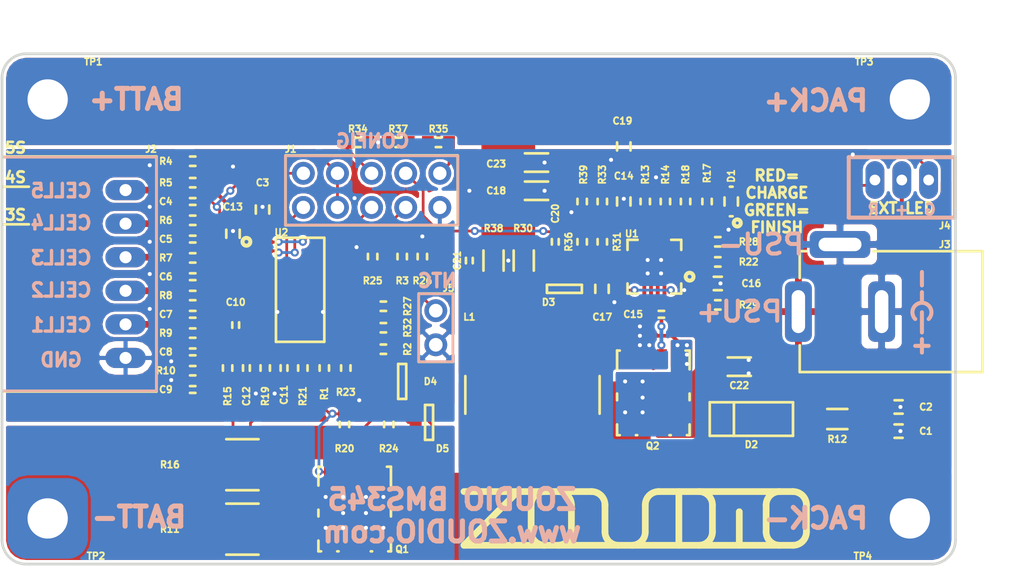
<source format=kicad_pcb>
(kicad_pcb (version 20171130) (host pcbnew "(5.0.0)")
  (layers (0 F.Cu signal) (31 B.Cu signal) (34 B.Paste user) (35 F.Paste user) (36 B.SilkS user) (37 F.SilkS user) (38 B.Mask user) (39 F.Mask user hide) (44 Edge.Cuts user))
  (net 0 "")
  (net 1 "Net-(C3-Pad1)")
  (net 2 /AVDD)
  (net 3 "Net-(C6-Pad2)")
  (net 4 "Net-(C7-Pad2)")
  (net 5 "Net-(C9-Pad2)")
  (net 6 GND)
  (net 7 "Net-(C10-Pad2)")
  (net 8 "Net-(C10-Pad1)")
  (net 9 "Net-(R21-Pad2)")
  (net 10 "Net-(D4-Pad2)")
  (net 11 "Net-(U2-Pad15)")
  (net 12 "Net-(R27-Pad2)")
  (net 13 /CCFG)
  (net 14 "Net-(U2-Pad21)")
  (net 15 "Net-(R25-Pad2)")
  (net 16 "Net-(D4-Pad1)")
  (net 17 "Net-(Q1-Pad3)")
  (net 18 /PACK+)
  (net 19 "Net-(Q1-Pad2)")
  (net 20 "Net-(Q1-Pad4)")
  (net 21 "Net-(R2-Pad2)")
  (net 22 "Net-(R1-Pad2)")
  (net 23 "Net-(J2-Pad4)")
  (net 24 "Net-(J2-Pad5)")
  (net 25 "Net-(J2-Pad3)")
  (net 26 "Net-(J2-Pad2)")
  (net 27 "Net-(R3-Pad2)")
  (net 28 "Net-(J2-Pad6)")
  (net 29 "Net-(C15-Pad2)")
  (net 30 "Net-(C17-Pad1)")
  (net 31 "Net-(C15-Pad1)")
  (net 32 "Net-(Q2-Pad3)")
  (net 33 "Net-(Q2-Pad1)")
  (net 34 +24V)
  (net 35 "Net-(C1-Pad2)")
  (net 36 "Net-(C16-Pad1)")
  (net 37 "Net-(R22-Pad1)")
  (net 38 /TS)
  (net 39 /VREF)
  (net 40 "Net-(D1-Pad4)")
  (net 41 "Net-(C21-Pad1)")
  (net 42 "Net-(J1-Pad1)")
  (net 43 "Net-(J1-Pad5)")
  (net 44 "Net-(R17-Pad1)")
  (net 45 "Net-(R18-Pad1)")
  (net 46 /VFB)
  (net 47 /VC5)
  (net 48 /VC4)
  (net 49 /VC3)
  (net 50 GNDPWR)
  (net 51 "Net-(D1-Pad2)")
  (net 52 "Net-(C22-Pad1)")
  (net 53 "Net-(R35-Pad2)")
  (net 54 /BATT-)
  (net 55 "Net-(R33-Pad1)")
  (net 56 "Net-(J5-Pad1)")
  (module RENDER:C1206 (layer F.Cu) (at 154.8 68.2)
    (fp_text reference C18 (at -3 0) (layer F.SilkS) (effects (font (size 0.5 0.5) (thickness 0.125))))
    (fp_text value 10u hide)
    (pad 2 smd rect (at 1.5 0) (size 1 1.6) (layers F.Cu F.Paste F.Mask) (net 50 GNDPWR))
    (pad 1 smd rect (at -1.5 0) (size 1 1.6) (layers F.Cu F.Paste F.Mask) (net 18 /PACK+))
  )
  (module RENDER:C1206 (layer F.Cu) (at 154.8 66.1)
    (fp_text reference C23 (at -3 0.1) (layer F.SilkS) (effects (font (size 0.5 0.5) (thickness 0.125))))
    (fp_text value 10u hide)
    (pad 2 smd rect (at 1.5 0) (size 1 1.6) (layers F.Cu F.Paste F.Mask) (net 50 GNDPWR))
    (pad 1 smd rect (at -1.5 0) (size 1 1.6) (layers F.Cu F.Paste F.Mask) (net 18 /PACK+))
  )
  (module RENDER:C1206 (layer F.Cu) (at 169.9 81.3)
    (fp_text reference C22 (at 0 1.4) (layer F.SilkS) (effects (font (size 0.5 0.5) (thickness 0.125))))
    (fp_text value 10u hide)
    (pad 2 smd rect (at 1.5 0) (size 1 1.6) (layers F.Cu F.Paste F.Mask) (net 50 GNDPWR))
    (pad 1 smd rect (at -1.5 0) (size 1 1.6) (layers F.Cu F.Paste F.Mask) (net 52 "Net-(C22-Pad1)"))
  )
  (module RENDER:C0805 (layer F.Cu) (at 132.2 71.4 90)
    (fp_text reference C13 (at 2 0) (layer F.SilkS) (effects (font (size 0.5 0.5) (thickness 0.125))))
    (fp_text value 1u)
    (pad 2 smd rect (at 1 0 90) (size 1 1.25) (layers F.Cu F.Paste F.Mask) (net 6 GND))
    (pad 1 smd rect (at -1 0 90) (size 1 1.25) (layers F.Cu F.Paste F.Mask) (net 2 /AVDD))
  )
  (module RENDER:C0805 (layer F.Cu) (at 134.4 69.6 90)
    (fp_text reference C3 (at 2 0) (layer F.SilkS) (effects (font (size 0.5 0.5) (thickness 0.125))))
    (fp_text value 1u)
    (pad 2 smd rect (at 1 0 90) (size 1 1.25) (layers F.Cu F.Paste F.Mask) (net 6 GND))
    (pad 1 smd rect (at -1 0 90) (size 1 1.25) (layers F.Cu F.Paste F.Mask) (net 1 "Net-(C3-Pad1)"))
  )
  (module RENDER:C0805 (layer F.Cu) (at 161.3 64.9 90)
    (fp_text reference C19 (at 1.9 -0.1 180) (layer F.SilkS) (effects (font (size 0.5 0.5) (thickness 0.125))))
    (fp_text value 1u hide)
    (pad 2 smd rect (at 1 0 90) (size 1 1.25) (layers F.Cu F.Paste F.Mask) (net 18 /PACK+))
    (pad 1 smd rect (at -1 0 90) (size 1 1.25) (layers F.Cu F.Paste F.Mask) (net 50 GNDPWR))
  )
  (module RENDER:C0805 (layer F.Cu) (at 168.3 75.104922)
    (fp_text reference C16 (at 2.5 -0.004922) (layer F.SilkS) (effects (font (size 0.5 0.5) (thickness 0.125))))
    (fp_text value 1u hide)
    (pad 2 smd rect (at 1 0) (size 1 1.25) (layers F.Cu F.Paste F.Mask) (net 50 GNDPWR))
    (pad 1 smd rect (at -1 0) (size 1 1.25) (layers F.Cu F.Paste F.Mask) (net 36 "Net-(C16-Pad1)"))
  )
  (module RENDER:C0805 (layer F.Cu) (at 159.677228 75.504922 270)
    (fp_text reference C17 (at 2.095078 -0.022772) (layer F.SilkS) (effects (font (size 0.5 0.5) (thickness 0.125))))
    (fp_text value 1u hide)
    (pad 2 smd rect (at 1 0 270) (size 1 1.25) (layers F.Cu F.Paste F.Mask) (net 50 GNDPWR))
    (pad 1 smd rect (at -1 0 270) (size 1 1.25) (layers F.Cu F.Paste F.Mask) (net 30 "Net-(C17-Pad1)"))
  )
  (module RENDER:C0805 (layer F.Cu) (at 181.763069 86.1 180)
    (fp_text reference C1 (at -2.036931 0 180) (layer F.SilkS) (effects (font (size 0.5 0.5) (thickness 0.125))))
    (fp_text value 1u hide)
    (pad 2 smd rect (at 1 0 180) (size 1 1.25) (layers F.Cu F.Paste F.Mask) (net 35 "Net-(C1-Pad2)"))
    (pad 1 smd rect (at -1 0 180) (size 1 1.25) (layers F.Cu F.Paste F.Mask) (net 50 GNDPWR))
  )
  (module RENDER:C0805 (layer F.Cu) (at 181.763069 84.3 180)
    (fp_text reference C2 (at -2.036931 0 180) (layer F.SilkS) (effects (font (size 0.5 0.5) (thickness 0.125))))
    (fp_text value 1u hide)
    (pad 2 smd rect (at 1 0 180) (size 1 1.25) (layers F.Cu F.Paste F.Mask) (net 35 "Net-(C1-Pad2)"))
    (pad 1 smd rect (at -1 0 180) (size 1 1.25) (layers F.Cu F.Paste F.Mask) (net 50 GNDPWR))
  )
  (module RENDER:C0805 (layer F.Cu) (at 161.3 69 270)
    (fp_text reference C14 (at -1.9 0) (layer F.SilkS) (effects (font (size 0.5 0.5) (thickness 0.125))))
    (fp_text value 1u hide)
    (pad 2 smd rect (at 1 0 270) (size 1 1.25) (layers F.Cu F.Paste F.Mask) (net 39 /VREF))
    (pad 1 smd rect (at -1 0 270) (size 1 1.25) (layers F.Cu F.Paste F.Mask) (net 50 GNDPWR))
  )
  (module RENDER:SOT-23Z (layer F.Cu) (at 156.877228 75.504922 270)
    (fp_text reference D3 (at 0.995078 1.177228 180) (layer F.SilkS) (effects (font (size 0.5 0.5) (thickness 0.125))))
    (fp_text value Schottky hide)
    (pad "" smd rect (at -1 0.95 270) (size 0.9 0.8) (layers F.Cu F.Paste F.Mask))
    (pad 1 smd rect (at 1 0 270) (size 0.9 0.8) (layers F.Cu F.Paste F.Mask) (net 31 "Net-(C15-Pad1)"))
    (pad 2 smd rect (at -1 -0.95 270) (size 0.9 0.8) (layers F.Cu F.Paste F.Mask) (net 30 "Net-(C17-Pad1)"))
  )
  (module RENDER:SOT-23Z (layer F.Cu) (at 144.8 82.4)
    (fp_text reference D4 (at 2.1 0) (layer F.SilkS) (effects (font (size 0.5 0.5) (thickness 0.125))))
    (fp_text value Schottky hide)
    (pad "" smd rect (at -1 0.95) (size 0.9 0.8) (layers F.Cu F.Paste F.Mask))
    (pad 1 smd rect (at 1 0) (size 0.9 0.8) (layers F.Cu F.Paste F.Mask) (net 16 "Net-(D4-Pad1)"))
    (pad 2 smd rect (at -1 -0.95) (size 0.9 0.8) (layers F.Cu F.Paste F.Mask) (net 10 "Net-(D4-Pad2)"))
  )
  (module RENDER:SOT-23Z (layer F.Cu) (at 146.8 85.45 180)
    (fp_text reference D5 (at -1 -1.95 180) (layer F.SilkS) (effects (font (size 0.5 0.5) (thickness 0.125))))
    (fp_text value 10V hide)
    (pad "" smd rect (at -1 0.95 180) (size 0.9 0.8) (layers F.Cu F.Paste F.Mask))
    (pad 1 smd rect (at 1 0 180) (size 0.9 0.8) (layers F.Cu F.Paste F.Mask) (net 16 "Net-(D4-Pad1)"))
    (pad 2 smd rect (at -1 -0.95 180) (size 0.9 0.8) (layers F.Cu F.Paste F.Mask) (net 50 GNDPWR))
  )
  (module RENDER:Pad_6mm (layer F.Cu) (at 118.4 92.6)
    (fp_text reference TP2 (at 3.6 2.8) (layer F.SilkS) (effects (font (size 0.5 0.5) (thickness 0.125))))
    (fp_text value BATT- hide)
    (pad 1 thru_hole roundrect (at 0 0) (size 6 6) (drill 3) (layers *.Cu *.Mask) (net 54 /BATT-))
  )
  (module RENDER:Pad_6mm (layer F.Cu) (at 118.4 61.4)
    (fp_text reference TP1 (at 3.4 -2.8) (layer F.SilkS) (effects (font (size 0.5 0.5) (thickness 0.125))))
    (fp_text value BATT+ hide)
    (pad 1 thru_hole roundrect (at 0 0) (size 6 6) (drill 3) (layers *.Cu *.Mask) (net 18 /PACK+))
  )
  (module RENDER:Pad_6mm (layer F.Cu) (at 182.6 92.6)
    (fp_text reference TP4 (at -3.5 2.8) (layer F.SilkS) (effects (font (size 0.5 0.5) (thickness 0.125))))
    (fp_text value PACK- hide)
    (pad 1 thru_hole roundrect (at 0 0) (size 6 6) (drill 3) (layers *.Cu *.Mask) (net 50 GNDPWR))
  )
  (module RENDER:Pad_6mm (layer F.Cu) (at 182.6 61.4)
    (fp_text reference TP3 (at -3.4 -2.8) (layer F.SilkS) (effects (font (size 0.5 0.5) (thickness 0.125))))
    (fp_text value PACK+ hide)
    (pad 1 thru_hole roundrect (at 0 0) (size 6 6) (drill 3) (layers *.Cu *.Mask) (net 18 /PACK+))
  )
  (module RENDER:R2512SNS (layer F.Cu) (at 132.9 93.4 180)
    (fp_text reference R11 (at 5.4 0 180) (layer F.SilkS) (effects (font (size 0.5 0.5) (thickness 0.125))))
    (fp_text value 8m hide)
    (pad 2 smd rect (at 2.9 0 180) (size 3.1 4) (layers F.Cu F.Paste F.Mask) (net 54 /BATT-))
    (pad 1 smd rect (at -2.9 0 180) (size 3.1 4) (layers F.Cu F.Paste F.Mask) (net 19 "Net-(Q1-Pad2)"))
  )
  (module RENDER:R2512SNS (layer F.Cu) (at 132.9 88.6 180)
    (fp_text reference R16 (at 5.4 0 180) (layer F.SilkS) (effects (font (size 0.5 0.5) (thickness 0.125))))
    (fp_text value 8m hide)
    (pad 2 smd rect (at 2.9 0 180) (size 3.1 4) (layers F.Cu F.Paste F.Mask) (net 54 /BATT-))
    (pad 1 smd rect (at -2.9 0 180) (size 3.1 4) (layers F.Cu F.Paste F.Mask) (net 19 "Net-(Q1-Pad2)"))
  )
  (module RENDER:R0603 (layer F.Cu) (at 158.2 69 90)
    (fp_text reference R39 (at 2 0.1 270) (layer F.SilkS) (effects (font (size 0.5 0.5) (thickness 0.125))))
    (fp_text value 100k)
    (pad 2 smd rect (at 0.7875 0 90) (size 0.875 0.95) (layers F.Cu F.Paste F.Mask) (net 55 "Net-(R33-Pad1)"))
    (pad 1 smd rect (at -0.7875 0 90) (size 0.875 0.95) (layers F.Cu F.Paste F.Mask) (net 50 GNDPWR))
  )
  (module RENDER:R0603 (layer F.Cu) (at 144.5 64.6 180)
    (fp_text reference R37 (at 0 1 180) (layer F.SilkS) (effects (font (size 0.5 0.5) (thickness 0.125))))
    (fp_text value 249k)
    (pad 2 smd rect (at 0.7875 0 180) (size 0.875 0.95) (layers F.Cu F.Paste F.Mask) (net 50 GNDPWR))
    (pad 1 smd rect (at -0.7875 0 180) (size 0.875 0.95) (layers F.Cu F.Paste F.Mask) (net 53 "Net-(R35-Pad2)"))
  )
  (module RENDER:R0603 (layer F.Cu) (at 158.2 72 270)
    (fp_text reference R36 (at 0 1 90) (layer F.SilkS) (effects (font (size 0.5 0.5) (thickness 0.125))))
    (fp_text value 33M)
    (pad 2 smd rect (at 0.7875 0 270) (size 0.875 0.95) (layers F.Cu F.Paste F.Mask) (net 18 /PACK+))
    (pad 1 smd rect (at -0.7875 0 270) (size 0.875 0.95) (layers F.Cu F.Paste F.Mask) (net 46 /VFB))
  )
  (module RENDER:R0603 (layer F.Cu) (at 141.5 64.6)
    (fp_text reference R34 (at 0 -1) (layer F.SilkS) (effects (font (size 0.5 0.5) (thickness 0.125))))
    (fp_text value 249k)
    (pad 2 smd rect (at 0.7875 0) (size 0.875 0.95) (layers F.Cu F.Paste F.Mask) (net 50 GNDPWR))
    (pad 1 smd rect (at -0.7875 0) (size 0.875 0.95) (layers F.Cu F.Paste F.Mask) (net 43 "Net-(J1-Pad5)"))
  )
  (module RENDER:R0603 (layer F.Cu) (at 147.5 64.6 180)
    (fp_text reference R35 (at 0 1 180) (layer F.SilkS) (effects (font (size 0.5 0.5) (thickness 0.125))))
    (fp_text value 249k)
    (pad 2 smd rect (at 0.7875 0 180) (size 0.875 0.95) (layers F.Cu F.Paste F.Mask) (net 53 "Net-(R35-Pad2)"))
    (pad 1 smd rect (at -0.7875 0 180) (size 0.875 0.95) (layers F.Cu F.Paste F.Mask) (net 42 "Net-(J1-Pad1)"))
  )
  (module RENDER:R0603 (layer F.Cu) (at 168.3 73.5)
    (fp_text reference R22 (at 2.3 0) (layer F.SilkS) (effects (font (size 0.5 0.5) (thickness 0.125))))
    (fp_text value 1M)
    (pad 2 smd rect (at 0.7875 0) (size 0.875 0.95) (layers F.Cu F.Paste F.Mask) (net 34 +24V))
    (pad 1 smd rect (at -0.7875 0) (size 0.875 0.95) (layers F.Cu F.Paste F.Mask) (net 37 "Net-(R22-Pad1)"))
  )
  (module RENDER:R0603 (layer F.Cu) (at 165.9 69 90)
    (fp_text reference R18 (at 2 0 270) (layer F.SilkS) (effects (font (size 0.5 0.5) (thickness 0.125))))
    (fp_text value 10k)
    (pad 2 smd rect (at 0.7875 0 90) (size 0.875 0.95) (layers F.Cu F.Paste F.Mask) (net 40 "Net-(D1-Pad4)"))
    (pad 1 smd rect (at -0.7875 0 90) (size 0.875 0.95) (layers F.Cu F.Paste F.Mask) (net 45 "Net-(R18-Pad1)"))
  )
  (module RENDER:R0603 (layer F.Cu) (at 167.5 69 90)
    (fp_text reference R17 (at 2.1 0 270) (layer F.SilkS) (effects (font (size 0.5 0.5) (thickness 0.125))))
    (fp_text value 10k)
    (pad 2 smd rect (at 0.7875 0 90) (size 0.875 0.95) (layers F.Cu F.Paste F.Mask) (net 51 "Net-(D1-Pad2)"))
    (pad 1 smd rect (at -0.7875 0 90) (size 0.875 0.95) (layers F.Cu F.Paste F.Mask) (net 44 "Net-(R17-Pad1)"))
  )
  (module RENDER:R0603 (layer F.Cu) (at 164.4 69 270)
    (fp_text reference R14 (at -2 0 90) (layer F.SilkS) (effects (font (size 0.5 0.5) (thickness 0.125))))
    (fp_text value 10K)
    (pad 2 smd rect (at 0.7875 0 270) (size 0.875 0.95) (layers F.Cu F.Paste F.Mask) (net 38 /TS))
    (pad 1 smd rect (at -0.7875 0 270) (size 0.875 0.95) (layers F.Cu F.Paste F.Mask) (net 50 GNDPWR))
  )
  (module RENDER:R0603 (layer F.Cu) (at 162.9 69 90)
    (fp_text reference R13 (at 2 0 270) (layer F.SilkS) (effects (font (size 0.5 0.5) (thickness 0.125))))
    (fp_text value 10K)
    (pad 2 smd rect (at 0.7875 0 90) (size 0.875 0.95) (layers F.Cu F.Paste F.Mask) (net 39 /VREF))
    (pad 1 smd rect (at -0.7875 0 90) (size 0.875 0.95) (layers F.Cu F.Paste F.Mask) (net 38 /TS))
  )
  (module RENDER:R0603 (layer F.Cu) (at 168.3 72 180)
    (fp_text reference R28 (at -2.3 0 180) (layer F.SilkS) (effects (font (size 0.5 0.5) (thickness 0.125))))
    (fp_text value 75K)
    (pad 2 smd rect (at 0.7875 0 180) (size 0.875 0.95) (layers F.Cu F.Paste F.Mask) (net 37 "Net-(R22-Pad1)"))
    (pad 1 smd rect (at -0.7875 0 180) (size 0.875 0.95) (layers F.Cu F.Paste F.Mask) (net 50 GNDPWR))
  )
  (module RENDER:R0603 (layer F.Cu) (at 159.7 72 270)
    (fp_text reference R31 (at 0 -1.1 270) (layer F.SilkS) (effects (font (size 0.5 0.5) (thickness 0.125))))
    (fp_text value 1M)
    (pad 2 smd rect (at 0.7875 0 270) (size 0.875 0.95) (layers F.Cu F.Paste F.Mask) (net 18 /PACK+))
    (pad 1 smd rect (at -0.7875 0 270) (size 0.875 0.95) (layers F.Cu F.Paste F.Mask) (net 46 /VFB))
  )
  (module RENDER:R0603 (layer F.Cu) (at 159.7 69 270)
    (fp_text reference R33 (at -2 0 90) (layer F.SilkS) (effects (font (size 0.5 0.5) (thickness 0.125))))
    (fp_text value 100k)
    (pad 2 smd rect (at 0.7875 0 270) (size 0.875 0.95) (layers F.Cu F.Paste F.Mask) (net 46 /VFB))
    (pad 1 smd rect (at -0.7875 0 270) (size 0.875 0.95) (layers F.Cu F.Paste F.Mask) (net 55 "Net-(R33-Pad1)"))
  )
  (module RENDER:R0603 (layer F.Cu) (at 168.3 76.7)
    (fp_text reference R29 (at 2.3 0) (layer F.SilkS) (effects (font (size 0.5 0.5) (thickness 0.125))))
    (fp_text value 10R)
    (pad 2 smd rect (at 0.7875 0) (size 0.875 0.95) (layers F.Cu F.Paste F.Mask) (net 52 "Net-(C22-Pad1)"))
    (pad 1 smd rect (at -0.7875 0) (size 0.875 0.95) (layers F.Cu F.Paste F.Mask) (net 36 "Net-(C16-Pad1)"))
  )
  (module RENDER:R0603 (layer F.Cu) (at 142.6 73.1 270)
    (fp_text reference R25 (at 1.8 0 180) (layer F.SilkS) (effects (font (size 0.5 0.5) (thickness 0.125))))
    (fp_text value 10k)
    (pad 2 smd rect (at 0.7875 0 270) (size 0.875 0.95) (layers F.Cu F.Paste F.Mask) (net 15 "Net-(R25-Pad2)"))
    (pad 1 smd rect (at -0.7875 0 270) (size 0.875 0.95) (layers F.Cu F.Paste F.Mask) (net 1 "Net-(C3-Pad1)"))
  )
  (module RENDER:R0603 (layer F.Cu) (at 144.8 73.1 90)
    (fp_text reference R3 (at -1.8 0 180) (layer F.SilkS) (effects (font (size 0.5 0.5) (thickness 0.125))))
    (fp_text value 10k)
    (pad 2 smd rect (at 0.7875 0 90) (size 0.875 0.95) (layers F.Cu F.Paste F.Mask) (net 27 "Net-(R3-Pad2)"))
    (pad 1 smd rect (at -0.7875 0 90) (size 0.875 0.95) (layers F.Cu F.Paste F.Mask) (net 56 "Net-(J5-Pad1)"))
  )
  (module RENDER:R0603 (layer F.Cu) (at 139 81.4 90)
    (fp_text reference R1 (at -1.9 0 90) (layer F.SilkS) (effects (font (size 0.5 0.5) (thickness 0.125))))
    (fp_text value 10k)
    (pad 2 smd rect (at 0.7875 0 90) (size 0.875 0.95) (layers F.Cu F.Paste F.Mask) (net 22 "Net-(R1-Pad2)"))
    (pad 1 smd rect (at -0.7875 0 90) (size 0.875 0.95) (layers F.Cu F.Paste F.Mask) (net 10 "Net-(D4-Pad2)"))
  )
  (module RENDER:R0603 (layer F.Cu) (at 140.5 85.6 90)
    (fp_text reference R20 (at -1.8 0 180) (layer F.SilkS) (effects (font (size 0.5 0.5) (thickness 0.125))))
    (fp_text value 1M)
    (pad 2 smd rect (at 0.7875 0 90) (size 0.875 0.95) (layers F.Cu F.Paste F.Mask) (net 17 "Net-(Q1-Pad3)"))
    (pad 1 smd rect (at -0.7875 0 90) (size 0.875 0.95) (layers F.Cu F.Paste F.Mask) (net 19 "Net-(Q1-Pad2)"))
  )
  (module RENDER:R0603 (layer F.Cu) (at 143.4 78.4 180)
    (fp_text reference R32 (at -1.8 0 270) (layer F.SilkS) (effects (font (size 0.5 0.5) (thickness 0.125))))
    (fp_text value 1M)
    (pad 2 smd rect (at 0.7875 0 180) (size 0.875 0.95) (layers F.Cu F.Paste F.Mask) (net 21 "Net-(R2-Pad2)"))
    (pad 1 smd rect (at -0.7875 0 180) (size 0.875 0.95) (layers F.Cu F.Paste F.Mask) (net 50 GNDPWR))
  )
  (module RENDER:R0603 (layer F.Cu) (at 143.4 80 180)
    (fp_text reference R2 (at -1.8 0 270) (layer F.SilkS) (effects (font (size 0.5 0.5) (thickness 0.125))))
    (fp_text value 1M)
    (pad 2 smd rect (at 0.7875 0 180) (size 0.875 0.95) (layers F.Cu F.Paste F.Mask) (net 21 "Net-(R2-Pad2)"))
    (pad 1 smd rect (at -0.7875 0 180) (size 0.875 0.95) (layers F.Cu F.Paste F.Mask) (net 50 GNDPWR))
  )
  (module RENDER:R0603 (layer F.Cu) (at 134.6 81.4 90)
    (fp_text reference R19 (at -2.1 0 90) (layer F.SilkS) (effects (font (size 0.5 0.5) (thickness 0.125))))
    (fp_text value 100R)
    (pad 2 smd rect (at 0.7875 0 90) (size 0.875 0.95) (layers F.Cu F.Paste F.Mask) (net 8 "Net-(C10-Pad1)"))
    (pad 1 smd rect (at -0.7875 0 90) (size 0.875 0.95) (layers F.Cu F.Paste F.Mask) (net 19 "Net-(Q1-Pad2)"))
  )
  (module RENDER:R0603 (layer F.Cu) (at 137.4 81.4 90)
    (fp_text reference R21 (at -2.1 0 270) (layer F.SilkS) (effects (font (size 0.5 0.5) (thickness 0.125))))
    (fp_text value 10k)
    (pad 2 smd rect (at 0.7875 0 90) (size 0.875 0.95) (layers F.Cu F.Paste F.Mask) (net 9 "Net-(R21-Pad2)"))
    (pad 1 smd rect (at -0.7875 0 90) (size 0.875 0.95) (layers F.Cu F.Paste F.Mask) (net 17 "Net-(Q1-Pad3)"))
  )
  (module RENDER:R0603 (layer F.Cu) (at 140.6 81.4 90)
    (fp_text reference R23 (at -1.8 0 180) (layer F.SilkS) (effects (font (size 0.5 0.5) (thickness 0.125))))
    (fp_text value 1M)
    (pad 2 smd rect (at 0.7875 0 90) (size 0.875 0.95) (layers F.Cu F.Paste F.Mask) (net 10 "Net-(D4-Pad2)"))
    (pad 1 smd rect (at -0.7875 0 90) (size 0.875 0.95) (layers F.Cu F.Paste F.Mask) (net 16 "Net-(D4-Pad1)"))
  )
  (module RENDER:R0603 (layer F.Cu) (at 143.8 85.6 90)
    (fp_text reference R24 (at -1.8 0 180) (layer F.SilkS) (effects (font (size 0.5 0.5) (thickness 0.125))))
    (fp_text value 3M3)
    (pad 2 smd rect (at 0.7875 0 90) (size 0.875 0.95) (layers F.Cu F.Paste F.Mask) (net 16 "Net-(D4-Pad1)"))
    (pad 1 smd rect (at -0.7875 0 90) (size 0.875 0.95) (layers F.Cu F.Paste F.Mask) (net 50 GNDPWR))
  )
  (module RENDER:R0603 (layer F.Cu) (at 146.3 73.1 270)
    (fp_text reference R26 (at 1.8 0) (layer F.SilkS) (effects (font (size 0.5 0.5) (thickness 0.125))))
    (fp_text value 10k)
    (pad 2 smd rect (at 0.7875 0 270) (size 0.875 0.95) (layers F.Cu F.Paste F.Mask) (net 56 "Net-(J5-Pad1)"))
    (pad 1 smd rect (at -0.7875 0 270) (size 0.875 0.95) (layers F.Cu F.Paste F.Mask) (net 6 GND))
  )
  (module RENDER:R0603 (layer F.Cu) (at 143.4 76.8 180)
    (fp_text reference R27 (at -1.8 0 270) (layer F.SilkS) (effects (font (size 0.5 0.5) (thickness 0.125))))
    (fp_text value 100k)
    (pad 2 smd rect (at 0.7875 0 180) (size 0.875 0.95) (layers F.Cu F.Paste F.Mask) (net 12 "Net-(R27-Pad2)"))
    (pad 1 smd rect (at -0.7875 0 180) (size 0.875 0.95) (layers F.Cu F.Paste F.Mask) (net 6 GND))
  )
  (module RENDER:R0603 (layer F.Cu) (at 131.8 81.4 90)
    (fp_text reference R15 (at -2.1 0 90) (layer F.SilkS) (effects (font (size 0.5 0.5) (thickness 0.125))))
    (fp_text value 100R)
    (pad 2 smd rect (at 0.7875 0 90) (size 0.875 0.95) (layers F.Cu F.Paste F.Mask) (net 7 "Net-(C10-Pad2)"))
    (pad 1 smd rect (at -0.7875 0 90) (size 0.875 0.95) (layers F.Cu F.Paste F.Mask) (net 54 /BATT-))
  )
  (module RENDER:R0603 (layer F.Cu) (at 129.2 81.6 180)
    (fp_text reference R10 (at 2 0 180) (layer F.SilkS) (effects (font (size 0.5 0.5) (thickness 0.125))))
    (fp_text value 1K)
    (pad 2 smd rect (at 0.7875 0 180) (size 0.875 0.95) (layers F.Cu F.Paste F.Mask) (net 6 GND))
    (pad 1 smd rect (at -0.7875 0 180) (size 0.875 0.95) (layers F.Cu F.Paste F.Mask) (net 5 "Net-(C9-Pad2)"))
  )
  (module RENDER:R0603 (layer F.Cu) (at 129.2 78.8 180)
    (fp_text reference R9 (at 2 0 180) (layer F.SilkS) (effects (font (size 0.5 0.5) (thickness 0.125))))
    (fp_text value 1K)
    (pad 2 smd rect (at 0.7875 0 180) (size 0.875 0.95) (layers F.Cu F.Paste F.Mask) (net 26 "Net-(J2-Pad2)"))
    (pad 1 smd rect (at -0.7875 0 180) (size 0.875 0.95) (layers F.Cu F.Paste F.Mask) (net 4 "Net-(C7-Pad2)"))
  )
  (module RENDER:R0603 (layer F.Cu) (at 129.2 76 180)
    (fp_text reference R8 (at 2 0 180) (layer F.SilkS) (effects (font (size 0.5 0.5) (thickness 0.125))))
    (fp_text value 1K)
    (pad 2 smd rect (at 0.7875 0 180) (size 0.875 0.95) (layers F.Cu F.Paste F.Mask) (net 25 "Net-(J2-Pad3)"))
    (pad 1 smd rect (at -0.7875 0 180) (size 0.875 0.95) (layers F.Cu F.Paste F.Mask) (net 3 "Net-(C6-Pad2)"))
  )
  (module RENDER:R0603 (layer F.Cu) (at 129.2 70.4 180)
    (fp_text reference R6 (at 2 0 180) (layer F.SilkS) (effects (font (size 0.5 0.5) (thickness 0.125))))
    (fp_text value 1K)
    (pad 2 smd rect (at 0.7875 0 180) (size 0.875 0.95) (layers F.Cu F.Paste F.Mask) (net 24 "Net-(J2-Pad5)"))
    (pad 1 smd rect (at -0.7875 0 180) (size 0.875 0.95) (layers F.Cu F.Paste F.Mask) (net 48 /VC4))
  )
  (module RENDER:R0603 (layer F.Cu) (at 129.2 66 180)
    (fp_text reference R4 (at 2 0 180) (layer F.SilkS) (effects (font (size 0.5 0.5) (thickness 0.125))))
    (fp_text value 1K)
    (pad 2 smd rect (at 0.7875 0 180) (size 0.875 0.95) (layers F.Cu F.Paste F.Mask) (net 28 "Net-(J2-Pad6)"))
    (pad 1 smd rect (at -0.7875 0 180) (size 0.875 0.95) (layers F.Cu F.Paste F.Mask) (net 1 "Net-(C3-Pad1)"))
  )
  (module RENDER:R0603 (layer F.Cu) (at 129.2 73.2 180)
    (fp_text reference R7 (at 2 0 180) (layer F.SilkS) (effects (font (size 0.5 0.5) (thickness 0.125))))
    (fp_text value 1K)
    (pad 2 smd rect (at 0.7875 0 180) (size 0.875 0.95) (layers F.Cu F.Paste F.Mask) (net 23 "Net-(J2-Pad4)"))
    (pad 1 smd rect (at -0.7875 0 180) (size 0.875 0.95) (layers F.Cu F.Paste F.Mask) (net 49 /VC3))
  )
  (module RENDER:R0603 (layer F.Cu) (at 129.2 67.6 180)
    (fp_text reference R5 (at 2 0 180) (layer F.SilkS) (effects (font (size 0.5 0.5) (thickness 0.125))))
    (fp_text value 1K)
    (pad 2 smd rect (at 0.7875 0 180) (size 0.875 0.95) (layers F.Cu F.Paste F.Mask) (net 28 "Net-(J2-Pad6)"))
    (pad 1 smd rect (at -0.7875 0 180) (size 0.875 0.95) (layers F.Cu F.Paste F.Mask) (net 47 /VC5))
  )
  (module RENDER:SO8FLDual (layer F.Cu) (at 163.5 80.5 180)
    (fp_text reference Q2 (at 0.05 -6.7 180) (layer F.SilkS) (effects (font (size 0.5 0.5) (thickness 0.125))))
    (fp_text value NMOS hide)
    (pad 4 smd rect (at 1.24 -5.18 180) (size 0.56 0.56) (layers F.Cu F.Paste F.Mask) (net 29 "Net-(C15-Pad2)"))
    (pad 6 smd rect (at -1.24 -5.18 180) (size 0.56 0.56) (layers F.Cu F.Paste F.Mask) (net 52 "Net-(C22-Pad1)"))
    (pad 4 smd rect (at 1.9 -5.47 180) (size 0.76 1.14) (layers F.Cu F.Paste F.Mask) (net 29 "Net-(C15-Pad2)"))
    (pad 6 smd rect (at -1.9 -5.47 180) (size 0.76 1.14) (layers F.Cu F.Paste F.Mask) (net 52 "Net-(C22-Pad1)"))
    (pad 6 smd rect (at -0.58 -5.47 180) (size 0.76 1.14) (layers F.Cu F.Paste F.Mask) (net 52 "Net-(C22-Pad1)"))
    (pad 4 smd rect (at 0.58 -5.47 180) (size 0.76 1.14) (layers F.Cu F.Paste F.Mask) (net 29 "Net-(C15-Pad2)"))
    (pad 4 smd rect (at 2.53 -4.2 180) (size 0.5 1.4) (layers F.Cu F.Paste F.Mask) (net 29 "Net-(C15-Pad2)"))
    (pad 6 smd rect (at -2.53 -4.2 180) (size 0.5 1.4) (layers F.Cu F.Paste F.Mask) (net 52 "Net-(C22-Pad1)"))
    (pad 6 smd rect (at -2.53 -1.9 180) (size 0.5 1.4) (layers F.Cu F.Paste F.Mask) (net 52 "Net-(C22-Pad1)"))
    (pad 5 smd rect (at -1.8 0 180) (size 0.75 1) (layers F.Cu F.Paste F.Mask) (net 29 "Net-(C15-Pad2)"))
    (pad 1 smd rect (at -0.635 0 180) (size 0.75 1) (layers F.Cu F.Paste F.Mask) (net 33 "Net-(Q2-Pad1)"))
    (pad 2 smd rect (at 0.635 0 180) (size 0.75 1) (layers F.Cu F.Paste F.Mask) (net 50 GNDPWR))
    (pad 3 smd rect (at 1.905 0 180) (size 0.75 1) (layers F.Cu F.Paste F.Mask) (net 32 "Net-(Q2-Pad3)"))
    (pad 6 smd rect (at -1.24 -3.05 180) (size 2.08 3.7) (layers F.Cu F.Paste F.Mask) (net 52 "Net-(C22-Pad1)"))
    (pad 4 smd rect (at 1.24 -3.05 180) (size 2.08 3.7) (layers F.Cu F.Paste F.Mask) (net 29 "Net-(C15-Pad2)"))
    (pad 4 smd rect (at 2.53 -1.9 180) (size 0.5 1.4) (layers F.Cu F.Paste F.Mask) (net 29 "Net-(C15-Pad2)"))
  )
  (module RENDER:SO8FLDual (layer F.Cu) (at 141.26 89.15 180)
    (fp_text reference Q1 (at -3.54 -5.75 180) (layer F.SilkS) (effects (font (size 0.5 0.5) (thickness 0.125))))
    (fp_text value NMOS hide)
    (pad 4 smd rect (at 1.24 -5.18 180) (size 0.56 0.56) (layers F.Cu F.Paste F.Mask) (net 20 "Net-(Q1-Pad4)"))
    (pad 6 smd rect (at -1.24 -5.18 180) (size 0.56 0.56) (layers F.Cu F.Paste F.Mask) (net 20 "Net-(Q1-Pad4)"))
    (pad 4 smd rect (at 1.9 -5.47 180) (size 0.76 1.14) (layers F.Cu F.Paste F.Mask) (net 20 "Net-(Q1-Pad4)"))
    (pad 6 smd rect (at -1.9 -5.47 180) (size 0.76 1.14) (layers F.Cu F.Paste F.Mask) (net 20 "Net-(Q1-Pad4)"))
    (pad 6 smd rect (at -0.58 -5.47 180) (size 0.76 1.14) (layers F.Cu F.Paste F.Mask) (net 20 "Net-(Q1-Pad4)"))
    (pad 4 smd rect (at 0.58 -5.47 180) (size 0.76 1.14) (layers F.Cu F.Paste F.Mask) (net 20 "Net-(Q1-Pad4)"))
    (pad 4 smd rect (at 2.53 -4.2 180) (size 0.5 1.4) (layers F.Cu F.Paste F.Mask) (net 20 "Net-(Q1-Pad4)"))
    (pad 6 smd rect (at -2.53 -4.2 180) (size 0.5 1.4) (layers F.Cu F.Paste F.Mask) (net 20 "Net-(Q1-Pad4)"))
    (pad 6 smd rect (at -2.53 -1.9 180) (size 0.5 1.4) (layers F.Cu F.Paste F.Mask) (net 20 "Net-(Q1-Pad4)"))
    (pad 5 smd rect (at -1.8 0 180) (size 0.75 1) (layers F.Cu F.Paste F.Mask) (net 50 GNDPWR))
    (pad 1 smd rect (at -0.635 0 180) (size 0.75 1) (layers F.Cu F.Paste F.Mask) (net 16 "Net-(D4-Pad1)"))
    (pad 2 smd rect (at 0.635 0 180) (size 0.75 1) (layers F.Cu F.Paste F.Mask) (net 19 "Net-(Q1-Pad2)"))
    (pad 3 smd rect (at 1.905 0 180) (size 0.75 1) (layers F.Cu F.Paste F.Mask) (net 17 "Net-(Q1-Pad3)"))
    (pad 6 smd rect (at -1.24 -3.05 180) (size 2.08 3.7) (layers F.Cu F.Paste F.Mask) (net 20 "Net-(Q1-Pad4)"))
    (pad 4 smd rect (at 1.24 -3.05 180) (size 2.08 3.7) (layers F.Cu F.Paste F.Mask) (net 20 "Net-(Q1-Pad4)"))
    (pad 4 smd rect (at 2.53 -1.9 180) (size 0.5 1.4) (layers F.Cu F.Paste F.Mask) (net 20 "Net-(Q1-Pad4)"))
  )
  (module RENDER:ZOUDIO25mm (layer F.Cu) (at 161.4 92.6)
    (fp_text reference Logo1 hide)
    (fp_text value ZOUDIO hide)
  )
  (module RENDER:SRN1060 (layer F.Cu) (at 154.5 83.4 90)
    (fp_text reference L1 (at 5.8 -4.7 180) (layer F.SilkS) (effects (font (size 0.5 0.5) (thickness 0.125))))
    (fp_text value 10u hide)
    (pad 2 smd rect (at 3.3 0 90) (size 3.5 10.2) (layers F.Cu F.Paste F.Mask) (net 41 "Net-(C21-Pad1)"))
    (pad 1 smd rect (at -3.3 0 90) (size 3.5 10.2) (layers F.Cu F.Paste F.Mask) (net 29 "Net-(C15-Pad2)"))
  )
  (module RENDER:2P_2.54mm_header (layer F.Cu) (at 147.3 78.4 270)
    (fp_text reference J5 (at -2.95 -0.95) (layer F.SilkS) (effects (font (size 0.5 0.5) (thickness 0.125))))
    (fp_text value NTC)
    (pad 2 thru_hole circle (at 1.27 0 270) (size 1.7 1.7) (drill 1.02) (layers *.Cu *.Mask) (net 6 GND))
    (pad 1 thru_hole circle (at -1.27 0 270) (size 1.7 1.7) (drill 1.02) (layers *.Cu *.Mask) (net 56 "Net-(J5-Pad1)"))
  )
  (module RENDER:JSTPH_3P (layer F.Cu) (at 182 67.4 180)
    (fp_text reference J4 (at -3.2 -3.4 180) (layer F.SilkS) (effects (font (size 0.5 0.5) (thickness 0.125))))
    (fp_text value EXTLED hide)
    (pad 3 thru_hole oval (at 2 0 180) (size 1.4 2.8) (drill 0.8) (layers *.Cu *.Mask) (net 51 "Net-(D1-Pad2)"))
    (pad 2 thru_hole oval (at 0 0 180) (size 1.4 2.8) (drill 0.8) (layers *.Cu *.Mask) (net 34 +24V))
    (pad 1 thru_hole oval (at -2 0 180) (size 1.4 2.8) (drill 0.8) (layers *.Cu *.Mask) (net 40 "Net-(D1-Pad4)"))
  )
  (module RENDER:DC_Jack (layer F.Cu) (at 177.4 77.2)
    (fp_text reference J3 (at 7.8 -5) (layer F.SilkS) (effects (font (size 0.5 0.5) (thickness 0.125))))
    (fp_text value "DC Jack" hide)
    (pad 3 thru_hole roundrect (at 3.1 0 180) (size 2 4.5) (drill oval 1 3.2) (layers *.Cu *.Mask) (net 50 GNDPWR))
    (pad 2 thru_hole roundrect (at 0 -5 90) (size 2 4.5) (drill oval 1 3.2) (layers *.Cu *.Mask) (net 50 GNDPWR))
    (pad 1 thru_hole roundrect (at -3.1 0) (size 2 4.5) (drill oval 1 3.2) (layers *.Cu *.Mask) (net 34 +24V))
  )
  (module RENDER:PinHeader_2x05_P2.54mm_Vertical (layer F.Cu) (at 147.6 66.9 270)
    (fp_text reference J1 (at -1.8 11.1) (layer F.SilkS) (effects (font (size 0.5 0.5) (thickness 0.125))))
    (fp_text value CONFIG)
    (pad 10 thru_hole oval (at 2.54 10.16 270) (size 1.7 1.7) (drill 1) (layers *.Cu *.Mask) (net 49 /VC3))
    (pad 9 thru_hole oval (at 0 10.16 270) (size 1.7 1.7) (drill 1) (layers *.Cu *.Mask) (net 47 /VC5))
    (pad 8 thru_hole oval (at 2.54 7.62 270) (size 1.7 1.7) (drill 1) (layers *.Cu *.Mask) (net 48 /VC4))
    (pad 7 thru_hole oval (at 0 7.62 270) (size 1.7 1.7) (drill 1) (layers *.Cu *.Mask) (net 48 /VC4))
    (pad 6 thru_hole oval (at 2.54 5.08 270) (size 1.7 1.7) (drill 1) (layers *.Cu *.Mask) (net 2 /AVDD))
    (pad 5 thru_hole oval (at 0 5.08 270) (size 1.7 1.7) (drill 1) (layers *.Cu *.Mask) (net 43 "Net-(J1-Pad5)"))
    (pad 4 thru_hole oval (at 2.54 2.54 270) (size 1.7 1.7) (drill 1) (layers *.Cu *.Mask) (net 13 /CCFG))
    (pad 3 thru_hole oval (at 0 2.54 270) (size 1.7 1.7) (drill 1) (layers *.Cu *.Mask) (net 46 /VFB))
    (pad 2 thru_hole oval (at 2.54 0 270) (size 1.7 1.7) (drill 1) (layers *.Cu *.Mask) (net 6 GND))
    (pad 1 thru_hole circle (at 0 0 270) (size 1.7 1.7) (drill 1) (layers *.Cu *.Mask) (net 42 "Net-(J1-Pad1)"))
  )
  (module RENDER:SOD-128 (layer F.Cu) (at 170.8 85.2)
    (fp_text reference D2 (at 0 1.9) (layer F.SilkS) (effects (font (size 0.5 0.5) (thickness 0.125))))
    (fp_text value Schottky hide)
    (pad 2 smd rect (at 2.2 0) (size 1.4 2.1) (layers F.Cu F.Paste F.Mask) (net 34 +24V))
    (pad 1 smd rect (at -2.2 0) (size 1.4 2.1) (layers F.Cu F.Paste F.Mask) (net 52 "Net-(C22-Pad1)"))
  )
  (module RENDER:KingBright_KPTB (layer F.Cu) (at 169.3 69 270)
    (fp_text reference D1 (at -1.9 0 90) (layer F.SilkS) (effects (font (size 0.5 0.5) (thickness 0.125))))
    (fp_text value RED/GREEN hide)
    (pad 3 smd rect (at 0.825 0.43 270) (size 0.8 0.4) (layers F.Cu F.Paste F.Mask) (net 34 +24V))
    (pad 1 smd rect (at 0.825 -0.43 270) (size 0.8 0.4) (layers F.Cu F.Paste F.Mask) (net 34 +24V))
    (pad 4 smd rect (at -0.825 0.43 270) (size 0.8 0.4) (layers F.Cu F.Paste F.Mask) (net 40 "Net-(D1-Pad4)"))
    (pad 2 smd rect (at -0.825 -0.43 270) (size 0.8 0.4) (layers F.Cu F.Paste F.Mask) (net 51 "Net-(D1-Pad2)"))
  )
  (module RENDER:JSTXH_S6B (layer F.Cu) (at 124.2 74.4 90)
    (fp_text reference J2 (at 9.3 1.9 180) (layer F.SilkS) (effects (font (size 0.5 0.5) (thickness 0.125))))
    (fp_text value BATT hide)
    (pad 6 thru_hole oval (at 6.25 0 90) (size 1.5 3) (drill 0.9) (layers *.Cu *.Mask) (net 28 "Net-(J2-Pad6)"))
    (pad 5 thru_hole oval (at 3.75 0 90) (size 1.5 3) (drill 0.9) (layers *.Cu *.Mask) (net 24 "Net-(J2-Pad5)"))
    (pad 4 thru_hole oval (at 1.25 0 90) (size 1.5 3) (drill 0.9) (layers *.Cu *.Mask) (net 23 "Net-(J2-Pad4)"))
    (pad 3 thru_hole oval (at -1.25 0 90) (size 1.5 3) (drill 0.9) (layers *.Cu *.Mask) (net 25 "Net-(J2-Pad3)"))
    (pad 2 thru_hole oval (at -3.75 0 90) (size 1.5 3) (drill 0.9) (layers *.Cu *.Mask) (net 26 "Net-(J2-Pad2)"))
    (pad 1 thru_hole oval (at -6.25 0 90) (size 1.5 3) (drill 0.9) (layers *.Cu *.Mask) (net 6 GND))
  )
  (module RENDER:C0603 (layer F.Cu) (at 156.2 72 90)
    (fp_text reference C20 (at 2.1 0 270) (layer F.SilkS) (effects (font (size 0.5 0.5) (thickness 0.125))))
    (fp_text value 18p hide)
    (pad 1 smd rect (at -0.75 0 90) (size 0.8 0.75) (layers F.Cu F.Paste F.Mask) (net 18 /PACK+))
    (pad 2 smd rect (at 0.75 0 90) (size 0.8 0.75) (layers F.Cu F.Paste F.Mask) (net 46 /VFB))
  )
  (module RENDER:C0603 (layer F.Cu) (at 149.8 73.4 90)
    (fp_text reference C21 (at 0 -0.9 270) (layer F.SilkS) (effects (font (size 0.5 0.5) (thickness 0.125))))
    (fp_text value 100n hide)
    (pad 1 smd rect (at -0.75 0 90) (size 0.8 0.75) (layers F.Cu F.Paste F.Mask) (net 41 "Net-(C21-Pad1)"))
    (pad 2 smd rect (at 0.75 0 90) (size 0.8 0.75) (layers F.Cu F.Paste F.Mask) (net 18 /PACK+))
  )
  (module RENDER:C0603 (layer F.Cu) (at 164.1 77.4 180)
    (fp_text reference C15 (at 2.1 0 180) (layer F.SilkS) (effects (font (size 0.5 0.5) (thickness 0.125))))
    (fp_text value 100n hide)
    (pad 1 smd rect (at -0.75 0 180) (size 0.8 0.75) (layers F.Cu F.Paste F.Mask) (net 31 "Net-(C15-Pad1)"))
    (pad 2 smd rect (at 0.75 0 180) (size 0.8 0.75) (layers F.Cu F.Paste F.Mask) (net 29 "Net-(C15-Pad2)"))
  )
  (module RENDER:C0603 (layer F.Cu) (at 133.2 81.4 270)
    (fp_text reference C12 (at 2.1 0 270) (layer F.SilkS) (effects (font (size 0.5 0.5) (thickness 0.125))))
    (fp_text value 100n hide)
    (pad 1 smd rect (at -0.75 0 270) (size 0.8 0.75) (layers F.Cu F.Paste F.Mask) (net 7 "Net-(C10-Pad2)"))
    (pad 2 smd rect (at 0.75 0 270) (size 0.8 0.75) (layers F.Cu F.Paste F.Mask) (net 6 GND))
  )
  (module RENDER:C0603 (layer F.Cu) (at 136 81.4 90)
    (fp_text reference C11 (at -2 0 270) (layer F.SilkS) (effects (font (size 0.5 0.5) (thickness 0.125))))
    (fp_text value 100n hide)
    (pad 1 smd rect (at -0.75 0 90) (size 0.8 0.75) (layers F.Cu F.Paste F.Mask) (net 6 GND))
    (pad 2 smd rect (at 0.75 0 90) (size 0.8 0.75) (layers F.Cu F.Paste F.Mask) (net 8 "Net-(C10-Pad1)"))
  )
  (module RENDER:C0603 (layer F.Cu) (at 129.2 83)
    (fp_text reference C9 (at -2 0) (layer F.SilkS) (effects (font (size 0.5 0.5) (thickness 0.125))))
    (fp_text value 100n hide)
    (pad 1 smd rect (at -0.75 0) (size 0.8 0.75) (layers F.Cu F.Paste F.Mask) (net 6 GND))
    (pad 2 smd rect (at 0.75 0) (size 0.8 0.75) (layers F.Cu F.Paste F.Mask) (net 5 "Net-(C9-Pad2)"))
  )
  (module RENDER:C0603 (layer F.Cu) (at 129.2 80.2 180)
    (fp_text reference C8 (at 2 0 180) (layer F.SilkS) (effects (font (size 0.5 0.5) (thickness 0.125))))
    (fp_text value 100n hide)
    (pad 1 smd rect (at -0.75 0 180) (size 0.8 0.75) (layers F.Cu F.Paste F.Mask) (net 4 "Net-(C7-Pad2)"))
    (pad 2 smd rect (at 0.75 0 180) (size 0.8 0.75) (layers F.Cu F.Paste F.Mask) (net 6 GND))
  )
  (module RENDER:C0603 (layer F.Cu) (at 129.2 77.4 180)
    (fp_text reference C7 (at 2 0 180) (layer F.SilkS) (effects (font (size 0.5 0.5) (thickness 0.125))))
    (fp_text value 100n hide)
    (pad 1 smd rect (at -0.75 0 180) (size 0.8 0.75) (layers F.Cu F.Paste F.Mask) (net 3 "Net-(C6-Pad2)"))
    (pad 2 smd rect (at 0.75 0 180) (size 0.8 0.75) (layers F.Cu F.Paste F.Mask) (net 4 "Net-(C7-Pad2)"))
  )
  (module RENDER:C0603 (layer F.Cu) (at 129.2 74.6 180)
    (fp_text reference C6 (at 2 0 180) (layer F.SilkS) (effects (font (size 0.5 0.5) (thickness 0.125))))
    (fp_text value 100n hide)
    (pad 1 smd rect (at -0.75 0 180) (size 0.8 0.75) (layers F.Cu F.Paste F.Mask) (net 49 /VC3))
    (pad 2 smd rect (at 0.75 0 180) (size 0.8 0.75) (layers F.Cu F.Paste F.Mask) (net 3 "Net-(C6-Pad2)"))
  )
  (module RENDER:C0603 (layer F.Cu) (at 129.2 71.8 180)
    (fp_text reference C5 (at 2 0 180) (layer F.SilkS) (effects (font (size 0.5 0.5) (thickness 0.125))))
    (fp_text value 100n hide)
    (pad 1 smd rect (at -0.75 0 180) (size 0.8 0.75) (layers F.Cu F.Paste F.Mask) (net 48 /VC4))
    (pad 2 smd rect (at 0.75 0 180) (size 0.8 0.75) (layers F.Cu F.Paste F.Mask) (net 49 /VC3))
  )
  (module RENDER:C0603 (layer F.Cu) (at 129.2 69 180)
    (fp_text reference C4 (at 2 0 180) (layer F.SilkS) (effects (font (size 0.5 0.5) (thickness 0.125))))
    (fp_text value 100n hide)
    (pad 1 smd rect (at -0.75 0 180) (size 0.8 0.75) (layers F.Cu F.Paste F.Mask) (net 47 /VC5))
    (pad 2 smd rect (at 0.75 0 180) (size 0.8 0.75) (layers F.Cu F.Paste F.Mask) (net 48 /VC4))
  )
  (module RENDER:C0603 (layer F.Cu) (at 132.4 78.2 90)
    (fp_text reference C10 (at 1.7 0 180) (layer F.SilkS) (effects (font (size 0.5 0.5) (thickness 0.125))))
    (fp_text value 100n hide)
    (pad 1 smd rect (at -0.75 0 90) (size 0.8 0.75) (layers F.Cu F.Paste F.Mask) (net 8 "Net-(C10-Pad1)"))
    (pad 2 smd rect (at 0.75 0 90) (size 0.8 0.75) (layers F.Cu F.Paste F.Mask) (net 7 "Net-(C10-Pad2)"))
  )
  (module RENDER:QFN16 (layer F.Cu) (at 163.577228 73.854922 180)
    (fp_text reference U1 (at 1.677228 2.454922 180) (layer F.SilkS) (effects (font (size 0.5 0.5) (thickness 0.125))))
    (fp_text value BQ24650)
    (pad 17 smd rect (at 0 0 180) (size 2.14 2.14) (layers B.Cu B.Mask) (net 50 GNDPWR))
    (pad 17 thru_hole circle (at -0.5 0.5 180) (size 0.6 0.6) (drill 0.3) (layers *.Cu *.Mask) (net 50 GNDPWR))
    (pad 17 thru_hole circle (at 0.5 0.5 180) (size 0.6 0.6) (drill 0.3) (layers *.Cu *.Mask) (net 50 GNDPWR))
    (pad 17 thru_hole circle (at 0.5 -0.5 180) (size 0.6 0.6) (drill 0.3) (layers *.Cu *.Mask) (net 50 GNDPWR))
    (pad 17 thru_hole circle (at -0.5 -0.5 180) (size 0.6 0.6) (drill 0.3) (layers *.Cu *.Mask) (net 50 GNDPWR))
    (pad 2 smd rect (at -1.75 -0.25 180) (size 0.8 0.28) (layers F.Cu F.Paste F.Mask) (net 37 "Net-(R22-Pad1)"))
    (pad 3 smd rect (at -1.75 0.25 180) (size 0.8 0.28) (layers F.Cu F.Paste F.Mask) (net 44 "Net-(R17-Pad1)"))
    (pad 4 smd rect (at -1.75 0.75 180) (size 0.8 0.28) (layers F.Cu F.Paste F.Mask) (net 38 /TS))
    (pad 1 smd rect (at -1.75 -0.75 180) (size 0.8 0.28) (layers F.Cu F.Paste F.Mask) (net 36 "Net-(C16-Pad1)"))
    (pad 15 smd rect (at -0.25 -1.75 180) (size 0.28 0.8) (layers F.Cu F.Paste F.Mask) (net 33 "Net-(Q2-Pad1)"))
    (pad 16 smd rect (at -0.75 -1.75 180) (size 0.28 0.8) (layers F.Cu F.Paste F.Mask) (net 31 "Net-(C15-Pad1)"))
    (pad 14 smd rect (at 0.25 -1.75 180) (size 0.28 0.8) (layers F.Cu F.Paste F.Mask) (net 29 "Net-(C15-Pad2)"))
    (pad 13 smd rect (at 0.75 -1.75 180) (size 0.28 0.8) (layers F.Cu F.Paste F.Mask) (net 32 "Net-(Q2-Pad3)"))
    (pad 6 smd rect (at -0.25 1.75 180) (size 0.28 0.8) (layers F.Cu F.Paste F.Mask) (net 39 /VREF))
    (pad 5 smd rect (at -0.75 1.75 180) (size 0.28 0.8) (layers F.Cu F.Paste F.Mask) (net 45 "Net-(R18-Pad1)"))
    (pad 7 smd rect (at 0.25 1.75 180) (size 0.28 0.8) (layers F.Cu F.Paste F.Mask) (net 39 /VREF))
    (pad 8 smd rect (at 0.75 1.75 180) (size 0.28 0.8) (layers F.Cu F.Paste F.Mask) (net 46 /VFB))
    (pad 9 smd rect (at 1.75 0.75 180) (size 0.8 0.28) (layers F.Cu F.Paste F.Mask) (net 18 /PACK+))
    (pad 10 smd rect (at 1.75 0.25 180) (size 0.8 0.28) (layers F.Cu F.Paste F.Mask) (net 41 "Net-(C21-Pad1)"))
    (pad 11 smd rect (at 1.75 -0.25 180) (size 0.8 0.28) (layers F.Cu F.Paste F.Mask) (net 50 GNDPWR))
    (pad 12 smd rect (at 1.75 -0.75 180) (size 0.8 0.28) (layers F.Cu F.Paste F.Mask) (net 30 "Net-(C17-Pad1)"))
    (pad 17 smd rect (at 0 0 180) (size 2.14 2.14) (layers F.Cu F.Paste F.Mask) (net 50 GNDPWR))
  )
  (module RENDER:TSSOP-24 (layer F.Cu) (at 137.2 75.6)
    (fp_text reference U2 (at -1.4 -4.3) (layer F.SilkS) (effects (font (size 0.5 0.5) (thickness 0.125))))
    (fp_text value BQ77915 hide)
    (pad 24 smd rect (at 2.8 -3.575) (size 1.6 0.3) (layers F.Cu F.Paste F.Mask) (net 6 GND))
    (pad 23 smd rect (at 2.8 -2.925) (size 1.6 0.3) (layers F.Cu F.Paste F.Mask) (net 6 GND))
    (pad 22 smd rect (at 2.8 -2.275) (size 1.6 0.3) (layers F.Cu F.Paste F.Mask) (net 15 "Net-(R25-Pad2)"))
    (pad 21 smd rect (at 2.8 -1.625) (size 1.6 0.3) (layers F.Cu F.Paste F.Mask) (net 14 "Net-(U2-Pad21)"))
    (pad 20 smd rect (at 2.8 -0.975) (size 1.6 0.3) (layers F.Cu F.Paste F.Mask) (net 13 /CCFG))
    (pad 19 smd rect (at 2.8 -0.325) (size 1.6 0.3) (layers F.Cu F.Paste F.Mask) (net 27 "Net-(R3-Pad2)"))
    (pad 18 smd rect (at 2.8 0.325) (size 1.6 0.3) (layers F.Cu F.Paste F.Mask) (net 56 "Net-(J5-Pad1)"))
    (pad 17 smd rect (at 2.8 0.975) (size 1.6 0.3) (layers F.Cu F.Paste F.Mask) (net 12 "Net-(R27-Pad2)"))
    (pad 16 smd rect (at 2.8 1.625) (size 1.6 0.3) (layers F.Cu F.Paste F.Mask) (net 6 GND))
    (pad 15 smd rect (at 2.8 2.275) (size 1.6 0.3) (layers F.Cu F.Paste F.Mask) (net 11 "Net-(U2-Pad15)"))
    (pad 14 smd rect (at 2.8 2.925) (size 1.6 0.3) (layers F.Cu F.Paste F.Mask) (net 21 "Net-(R2-Pad2)"))
    (pad 13 smd rect (at 2.8 3.575) (size 1.6 0.3) (layers F.Cu F.Paste F.Mask) (net 22 "Net-(R1-Pad2)"))
    (pad 12 smd rect (at -2.8 3.575) (size 1.6 0.3) (layers F.Cu F.Paste F.Mask) (net 9 "Net-(R21-Pad2)"))
    (pad 11 smd rect (at -2.8 2.925) (size 1.6 0.3) (layers F.Cu F.Paste F.Mask) (net 8 "Net-(C10-Pad1)"))
    (pad 10 smd rect (at -2.8 2.275) (size 1.6 0.3) (layers F.Cu F.Paste F.Mask) (net 7 "Net-(C10-Pad2)"))
    (pad 9 smd rect (at -2.8 1.625) (size 1.6 0.3) (layers F.Cu F.Paste F.Mask) (net 6 GND))
    (pad 8 smd rect (at -2.8 0.975) (size 1.6 0.3) (layers F.Cu F.Paste F.Mask) (net 5 "Net-(C9-Pad2)"))
    (pad 7 smd rect (at -2.8 0.325) (size 1.6 0.3) (layers F.Cu F.Paste F.Mask) (net 4 "Net-(C7-Pad2)"))
    (pad 6 smd rect (at -2.8 -0.325) (size 1.6 0.3) (layers F.Cu F.Paste F.Mask) (net 3 "Net-(C6-Pad2)"))
    (pad 5 smd rect (at -2.8 -0.975) (size 1.6 0.3) (layers F.Cu F.Paste F.Mask) (net 49 /VC3))
    (pad 4 smd rect (at -2.8 -1.625) (size 1.6 0.3) (layers F.Cu F.Paste F.Mask) (net 48 /VC4))
    (pad 3 smd rect (at -2.8 -2.275) (size 1.6 0.3) (layers F.Cu F.Paste F.Mask) (net 47 /VC5))
    (pad 2 smd rect (at -2.8 -2.925) (size 1.6 0.3) (layers F.Cu F.Paste F.Mask) (net 2 /AVDD))
    (pad 1 smd rect (at -2.8 -3.575) (size 1.6 0.3) (layers F.Cu F.Paste F.Mask) (net 1 "Net-(C3-Pad1)"))
  )
  (module RENDER:R1206 (layer F.Cu) (at 151.6 73.4 90)
    (fp_text reference R38 (at 2.4 0 180) (layer F.SilkS) (effects (font (size 0.5 0.5) (thickness 0.125))))
    (fp_text value 39m hide)
    (pad 2 smd rect (at 1.45 0 90) (size 0.9 1.7) (layers F.Cu F.Paste F.Mask) (net 18 /PACK+))
    (pad 1 smd rect (at -1.45 0 90) (size 0.9 1.7) (layers F.Cu F.Paste F.Mask) (net 41 "Net-(C21-Pad1)"))
  )
  (module RENDER:R1206 (layer F.Cu) (at 177.2 85.2 180)
    (fp_text reference R12 (at 0 -1.5 180) (layer F.SilkS) (effects (font (size 0.5 0.5) (thickness 0.125))))
    (fp_text value 2R hide)
    (pad 2 smd rect (at 1.45 0 180) (size 0.9 1.7) (layers F.Cu F.Paste F.Mask) (net 34 +24V))
    (pad 1 smd rect (at -1.45 0 180) (size 0.9 1.7) (layers F.Cu F.Paste F.Mask) (net 35 "Net-(C1-Pad2)"))
  )
  (module RENDER:R1206 (layer F.Cu) (at 153.85 73.4 90)
    (fp_text reference R30 (at 2.4 -0.05 180) (layer F.SilkS) (effects (font (size 0.5 0.5) (thickness 0.125))))
    (fp_text value 39m hide)
    (pad 2 smd rect (at 1.45 0 90) (size 0.9 1.7) (layers F.Cu F.Paste F.Mask) (net 18 /PACK+))
    (pad 1 smd rect (at -1.45 0 90) (size 0.9 1.7) (layers F.Cu F.Paste F.Mask) (net 41 "Net-(C21-Pad1)"))
  )
  (gr_text 5S (at 116 65) (layer F.SilkS) (effects (font (size 0.8 0.8) (thickness 0.2))))
  (gr_text "EXT LED" (at 182 69.5) (layer F.SilkS) (effects (font (size 0.8 0.8) (thickness 0.2))))
  (gr_line (start 178.05 70.2) (end 178.05 65.7) (layer B.SilkS) (width 0.3))
  (gr_line (start 185.95 70.2) (end 178.05 70.2) (layer B.SilkS) (width 0.3))
  (gr_line (start 185.95 65.7) (end 185.95 70.2) (layer B.SilkS) (width 0.3))
  (gr_line (start 178.05 65.7) (end 185.95 65.7) (layer B.SilkS) (width 0.3))
  (gr_circle (center 169.75 70.6) (end 169.8 70.7) (layer F.SilkS) (width 0.3))
  (gr_circle (center 166.2 74.6) (end 166.1 74.7) (layer F.SilkS) (width 0.3))
  (gr_circle (center 133.2 72) (end 133.1 72.1) (layer F.SilkS) (width 0.3))
  (gr_line (start 184 79.75) (end 183 79.75) (layer B.SilkS) (width 0.3))
  (gr_line (start 183.5 80.25) (end 183.5 79.25) (layer B.SilkS) (width 0.3))
  (gr_line (start 183.5 75.25) (end 183.5 74.25) (layer B.SilkS) (width 0.3))
  (gr_line (start 183.5 75.75) (end 183.5 76.5) (layer B.SilkS) (width 0.3))
  (gr_line (start 183.5 77.25) (end 183.5 78.75) (layer B.SilkS) (width 0.3))
  (gr_arc (start 183.5 77.25) (end 183.999999 77.749999) (angle -270) (layer B.SilkS) (width 0.3))
  (gr_line (start 126.5 83.1) (end 126.5 65.7) (layer B.SilkS) (width 0.2))
  (gr_line (start 126.5 83.1) (end 115 83.1) (layer B.SilkS) (width 0.2))
  (gr_line (start 126.5 65.7) (end 115 65.7) (layer B.SilkS) (width 0.2))
  (gr_line (start 148.575 80.925) (end 148.575 75.875) (layer B.SilkS) (width 0.2))
  (gr_line (start 146.025 75.875) (end 146.025 80.925) (layer B.SilkS) (width 0.2))
  (gr_line (start 146.025 80.925) (end 148.575 80.925) (layer B.SilkS) (width 0.2))
  (gr_line (start 146.025 75.875) (end 148.575 75.875) (layer B.SilkS) (width 0.2))
  (gr_text NTC (at 147.4 74.9) (layer B.SilkS) (effects (font (size 1 1) (thickness 0.25)) (justify mirror)))
  (gr_text PSU- (at 171.5 72.2) (layer B.SilkS) (effects (font (size 1.5 1.5) (thickness 0.3)) (justify mirror)))
  (gr_text "G  +  R" (at 182 69.6) (layer B.SilkS) (effects (font (size 0.8 0.8) (thickness 0.2)) (justify mirror)))
  (gr_text CONFIG (at 142.6 64.5) (layer B.SilkS) (effects (font (size 1 1) (thickness 0.25)) (justify mirror)))
  (gr_line (start 136.1 70.75) (end 136.1 65.6) (layer B.SilkS) (width 0.2))
  (gr_line (start 148.95 70.75) (end 136.1 70.75) (layer B.SilkS) (width 0.2))
  (gr_line (start 148.95 65.6) (end 148.95 70.75) (layer B.SilkS) (width 0.2))
  (gr_line (start 136.1 65.6) (end 148.95 65.6) (layer B.SilkS) (width 0.2))
  (gr_text PSU+ (at 169.9 77.2) (layer B.SilkS) (effects (font (size 1.5 1.5) (thickness 0.3)) (justify mirror)))
  (gr_text "RED=\nCHARGE\nGREEN=\nFINISH" (at 172.7 69) (layer F.SilkS) (effects (font (size 0.8 0.8) (thickness 0.2))))
  (gr_line (start 115 70.7) (end 117 70.7) (layer F.SilkS) (width 0.2))
  (gr_line (start 115 67.9) (end 117 67.9) (layer F.SilkS) (width 0.2))
  (gr_text 3S (at 116 70) (layer F.SilkS) (effects (font (size 0.8 0.8) (thickness 0.2))))
  (gr_text 4S (at 116 67.2) (layer F.SilkS) (effects (font (size 0.8 0.8) (thickness 0.2))))
  (gr_arc (start 116.8 94.2) (end 115 94.2) (angle -90) (layer Edge.Cuts) (width 0.2))
  (gr_line (start 184.2 96) (end 116.8 96) (layer Edge.Cuts) (width 0.2))
  (gr_line (start 186 59.8) (end 186 94.2) (layer Edge.Cuts) (width 0.2))
  (gr_arc (start 184.2 94.2) (end 184.2 96) (angle -90) (layer Edge.Cuts) (width 0.2))
  (gr_arc (start 184.2 59.8) (end 186 59.8) (angle -90) (layer Edge.Cuts) (width 0.2))
  (gr_arc (start 116.8 59.8) (end 116.8 58) (angle -90) (layer Edge.Cuts) (width 0.2))
  (gr_text CELL5 (at 119.4 68.2) (layer B.SilkS) (effects (font (size 1 1) (thickness 0.25)) (justify mirror)))
  (gr_text CELL4 (at 119.4 70.6) (layer B.SilkS) (effects (font (size 1 1) (thickness 0.25)) (justify mirror)))
  (gr_text CELL3 (at 119.4 73.2) (layer B.SilkS) (effects (font (size 1 1) (thickness 0.25)) (justify mirror)))
  (gr_text CELL2 (at 119.4 75.6) (layer B.SilkS) (effects (font (size 1 1) (thickness 0.25)) (justify mirror)))
  (gr_text CELL1 (at 119.4 78.2) (layer B.SilkS) (effects (font (size 1 1) (thickness 0.25)) (justify mirror)))
  (gr_text GND (at 119.4 80.8) (layer B.SilkS) (effects (font (size 1 1) (thickness 0.25)) (justify mirror)))
  (gr_text "ZOUDIO BMS345\nwww.ZOUDIO.com" (at 148.5 92.4) (layer B.SilkS) (effects (font (size 1.5 1.5) (thickness 0.375)) (justify mirror)))
  (gr_line (start 115 59.8) (end 115 94.2) (layer Edge.Cuts) (width 0.2))
  (gr_line (start 184.2 58) (end 116.8 58) (layer Edge.Cuts) (width 0.2))
  (gr_text PACK- (at 175.6 92.6) (layer B.SilkS) (effects (font (size 1.5 1.5) (thickness 0.375)) (justify mirror)))
  (gr_text PACK+ (at 175.6 61.5) (layer B.SilkS) (effects (font (size 1.5 1.5) (thickness 0.375)) (justify mirror)))
  (gr_text BATT- (at 125.2 92.5) (layer B.SilkS) (effects (font (size 1.5 1.5) (thickness 0.375)) (justify mirror)))
  (gr_text BATT+ (at 125 61.4) (layer B.SilkS) (effects (font (size 1.5 1.5) (thickness 0.375)) (justify mirror)))
  (segment (start 134.45 71.975) (end 134.4 72.025) (width 0.2032) (layer F.Cu) (net 1))
  (segment (start 134.45 70.6) (end 134.45 71.975) (width 0.3) (layer F.Cu) (net 1))
  (segment (start 129.9875 66) (end 130.2 66) (width 0.3) (layer F.Cu) (net 1))
  (segment (start 133 69.2) (end 134.4 70.6) (width 0.3) (layer F.Cu) (net 1))
  (segment (start 131.8 69.2) (end 133 69.2) (width 0.3) (layer F.Cu) (net 1))
  (segment (start 131 68.4) (end 131.8 69.2) (width 0.3) (layer F.Cu) (net 1))
  (segment (start 131 66.4) (end 131 68.4) (width 0.3) (layer F.Cu) (net 1))
  (segment (start 129.9875 66) (end 130.6 66) (width 0.3) (layer F.Cu) (net 1))
  (segment (start 130.6 66) (end 131 66.4) (width 0.3) (layer F.Cu) (net 1))
  (via (at 135.6 72) (size 0.6) (drill 0.3) (layers F.Cu B.Cu) (net 1))
  (segment (start 134.4 72.025) (end 135.575 72.025) (width 0.2032) (layer F.Cu) (net 1))
  (segment (start 135.575 72.025) (end 135.6 72) (width 0.2032) (layer F.Cu) (net 1))
  (via (at 137.4 72) (size 0.6) (drill 0.3) (layers F.Cu B.Cu) (net 1))
  (segment (start 135.6 72) (end 137.4 72) (width 0.2032) (layer B.Cu) (net 1))
  (segment (start 137.9 71.5) (end 137.4 72) (width 0.2032) (layer F.Cu) (net 1))
  (segment (start 142.2 71.5) (end 137.9 71.5) (width 0.2032) (layer F.Cu) (net 1))
  (segment (start 142.6 72.6125) (end 142.6 71.9) (width 0.2032) (layer F.Cu) (net 1))
  (segment (start 142.6 71.9) (end 142.2 71.5) (width 0.2032) (layer F.Cu) (net 1))
  (segment (start 132.525 72.675) (end 132.4 72.55) (width 0.2032) (layer F.Cu) (net 2))
  (segment (start 134.4 72.675) (end 132.525 72.675) (width 0.2032) (layer F.Cu) (net 2))
  (via (at 136.8 72.8) (size 0.6) (drill 0.3) (layers F.Cu B.Cu) (net 2))
  (via (at 135.6 72.8) (size 0.6) (drill 0.3) (layers F.Cu B.Cu) (net 2))
  (segment (start 136.8 72.8) (end 135.6 72.8) (width 0.2032) (layer B.Cu) (net 2))
  (segment (start 135.475 72.675) (end 134.4 72.675) (width 0.2032) (layer F.Cu) (net 2))
  (segment (start 135.6 72.8) (end 135.475 72.675) (width 0.2032) (layer F.Cu) (net 2))
  (segment (start 137.7 70.7) (end 140.66 70.7) (width 0.2032) (layer F.Cu) (net 2))
  (segment (start 136.8 71.6) (end 137.7 70.7) (width 0.2032) (layer F.Cu) (net 2))
  (segment (start 136.8 72.8) (end 136.8 71.6) (width 0.2032) (layer F.Cu) (net 2))
  (segment (start 141.26 70.7) (end 142.52 69.44) (width 0.2032) (layer F.Cu) (net 2))
  (segment (start 140.66 70.7) (end 141.26 70.7) (width 0.2032) (layer F.Cu) (net 2))
  (segment (start 128.5875 74.6) (end 129.9875 76) (width 0.2032) (layer F.Cu) (net 3))
  (segment (start 128.45 74.6) (end 128.5875 74.6) (width 0.2032) (layer F.Cu) (net 3))
  (segment (start 129.9875 77.3625) (end 129.95 77.4) (width 0.2032) (layer F.Cu) (net 3))
  (segment (start 129.9875 76) (end 129.9875 77.3625) (width 0.2032) (layer F.Cu) (net 3))
  (segment (start 130.6 76) (end 129.9875 76) (width 0.2032) (layer F.Cu) (net 3))
  (segment (start 131.325 75.275) (end 130.6 76) (width 0.2032) (layer F.Cu) (net 3))
  (segment (start 134.4 75.275) (end 131.325 75.275) (width 0.2032) (layer F.Cu) (net 3))
  (segment (start 128.5875 77.4) (end 129.9875 78.8) (width 0.2032) (layer F.Cu) (net 4))
  (segment (start 128.45 77.4) (end 128.5875 77.4) (width 0.2032) (layer F.Cu) (net 4))
  (segment (start 129.9875 80.1625) (end 129.95 80.2) (width 0.2032) (layer F.Cu) (net 4))
  (segment (start 129.9875 78.8) (end 129.9875 80.1625) (width 0.2032) (layer F.Cu) (net 4))
  (segment (start 130.8 78.5) (end 130.5 78.8) (width 0.2032) (layer F.Cu) (net 4))
  (segment (start 130.5 78.8) (end 129.9875 78.8) (width 0.2032) (layer F.Cu) (net 4))
  (segment (start 130.8 76.6) (end 130.8 78.5) (width 0.2032) (layer F.Cu) (net 4))
  (segment (start 134.4 75.925) (end 131.475 75.925) (width 0.2032) (layer F.Cu) (net 4))
  (segment (start 131.475 75.925) (end 130.8 76.6) (width 0.2032) (layer F.Cu) (net 4))
  (segment (start 129.9875 82.7625) (end 129.95 82.8) (width 0.2032) (layer F.Cu) (net 5))
  (segment (start 129.9875 82.9625) (end 129.95 83) (width 0.2032) (layer F.Cu) (net 5))
  (segment (start 129.9875 81.6) (end 129.9875 82.9625) (width 0.2032) (layer F.Cu) (net 5))
  (segment (start 130.5875 81) (end 129.9875 81.6) (width 0.2032) (layer F.Cu) (net 5))
  (segment (start 134.4 76.575) (end 131.625 76.575) (width 0.2032) (layer F.Cu) (net 5))
  (segment (start 131.2 77) (end 131.2 79.6) (width 0.2032) (layer F.Cu) (net 5))
  (segment (start 131.2 79.6) (end 130.8 80) (width 0.2032) (layer F.Cu) (net 5))
  (segment (start 130.8 80) (end 130.8 80.7875) (width 0.2032) (layer F.Cu) (net 5))
  (segment (start 131.625 76.575) (end 131.2 77) (width 0.2032) (layer F.Cu) (net 5))
  (segment (start 130.8 80.7875) (end 130.5875 81) (width 0.2032) (layer F.Cu) (net 5))
  (via (at 132.2 71.2) (size 0.6) (drill 0.3) (layers F.Cu B.Cu) (net 6))
  (via (at 127.6 82.3) (size 0.6) (drill 0.3) (layers F.Cu B.Cu) (net 6))
  (via (at 135.5 77.225) (size 0.6) (drill 0.3) (layers F.Cu B.Cu) (net 6))
  (via (at 138.9 77.225) (size 0.6) (drill 0.3) (layers F.Cu B.Cu) (net 6))
  (segment (start 134.4 77.225) (end 135.5 77.225) (width 0.2032) (layer F.Cu) (net 6))
  (segment (start 140 77.225) (end 138.9 77.225) (width 0.2032) (layer F.Cu) (net 6))
  (via (at 126 74.4) (size 0.6) (drill 0.3) (layers F.Cu B.Cu) (net 6))
  (via (at 126 77) (size 0.6) (drill 0.3) (layers F.Cu B.Cu) (net 6))
  (via (at 135.3 83.3) (size 0.6) (drill 0.3) (layers F.Cu B.Cu) (net 6))
  (via (at 126 66.3) (size 0.6) (drill 0.3) (layers F.Cu B.Cu) (net 6))
  (via (at 141.4 72.4) (size 0.6) (drill 0.3) (layers F.Cu B.Cu) (net 6))
  (segment (start 140 72.675) (end 140 72.025) (width 0.2032) (layer F.Cu) (net 6))
  (via (at 132.2 66.4) (size 0.6) (drill 0.3) (layers F.Cu B.Cu) (net 6))
  (via (at 133.9 83.3) (size 0.6) (drill 0.3) (layers F.Cu B.Cu) (net 6))
  (via (at 134.4 69.4) (size 0.6) (drill 0.3) (layers F.Cu B.Cu) (net 6))
  (via (at 126 69.4) (size 0.6) (drill 0.3) (layers F.Cu B.Cu) (net 6))
  (via (at 126 72) (size 0.6) (drill 0.3) (layers F.Cu B.Cu) (net 6))
  (via (at 146.3 71.6) (size 0.6) (drill 0.3) (layers F.Cu B.Cu) (net 6))
  (via (at 141.6 83.8) (size 0.6) (drill 0.3) (layers F.Cu B.Cu) (net 6))
  (via (at 141.25 68.75) (size 0.6) (drill 0.3) (layers F.Cu B.Cu) (net 6))
  (via (at 127.6 80.9) (size 0.6) (drill 0.3) (layers F.Cu B.Cu) (net 6))
  (segment (start 131.6375 80.6125) (end 131.6 80.65) (width 0.2032) (layer F.Cu) (net 7))
  (segment (start 133.1625 80.6125) (end 133.2 80.65) (width 0.2032) (layer F.Cu) (net 7))
  (segment (start 131.8 80.6125) (end 133.1625 80.6125) (width 0.2032) (layer F.Cu) (net 7))
  (segment (start 134.4 77.875) (end 133.375 77.875) (width 0.2032) (layer F.Cu) (net 7))
  (segment (start 132.95 77.45) (end 132.4 77.45) (width 0.2032) (layer F.Cu) (net 7))
  (segment (start 133.375 77.875) (end 132.95 77.45) (width 0.2032) (layer F.Cu) (net 7))
  (segment (start 131.95 77.45) (end 132.4 77.45) (width 0.2032) (layer F.Cu) (net 7))
  (segment (start 131.6 77.8) (end 131.95 77.45) (width 0.2032) (layer F.Cu) (net 7))
  (segment (start 131.6 79.6) (end 131.6 77.8) (width 0.2032) (layer F.Cu) (net 7))
  (segment (start 131.8 80.6125) (end 131.8 79.8) (width 0.2032) (layer F.Cu) (net 7))
  (segment (start 131.8 79.8) (end 131.6 79.6) (width 0.2032) (layer F.Cu) (net 7))
  (segment (start 135.9625 80.6125) (end 136 80.65) (width 0.2032) (layer F.Cu) (net 8))
  (segment (start 134.6 80.6125) (end 135.9625 80.6125) (width 0.2032) (layer F.Cu) (net 8))
  (segment (start 134.4 78.525) (end 133.375 78.525) (width 0.2032) (layer F.Cu) (net 8))
  (segment (start 132.95 78.95) (end 132.4 78.95) (width 0.2032) (layer F.Cu) (net 8))
  (segment (start 133.375 78.525) (end 132.95 78.95) (width 0.2032) (layer F.Cu) (net 8))
  (segment (start 134.6 80) (end 134.6 80.6125) (width 0.2032) (layer F.Cu) (net 8))
  (segment (start 134.4 79.8) (end 134.6 80) (width 0.2032) (layer F.Cu) (net 8))
  (segment (start 132.7 79.8) (end 134.4 79.8) (width 0.2032) (layer F.Cu) (net 8))
  (segment (start 132.4 78.95) (end 132.4 79.5) (width 0.2032) (layer F.Cu) (net 8))
  (segment (start 132.4 79.5) (end 132.7 79.8) (width 0.2032) (layer F.Cu) (net 8))
  (segment (start 137.4 80) (end 137.4 80.6125) (width 0.2032) (layer F.Cu) (net 9))
  (segment (start 136.575 79.175) (end 137.4 80) (width 0.2032) (layer F.Cu) (net 9))
  (segment (start 134.4 79.175) (end 136.575 79.175) (width 0.2032) (layer F.Cu) (net 9))
  (segment (start 139.025 82.1875) (end 140.6 80.6125) (width 0.2032) (layer F.Cu) (net 10))
  (segment (start 139 82.1875) (end 139.025 82.1875) (width 0.2032) (layer F.Cu) (net 10))
  (segment (start 143.8 81.45) (end 142.35 81.45) (width 0.2032) (layer F.Cu) (net 10))
  (segment (start 141.5125 80.6125) (end 140.6 80.6125) (width 0.2032) (layer F.Cu) (net 10))
  (segment (start 142.35 81.45) (end 141.5125 80.6125) (width 0.2032) (layer F.Cu) (net 10))
  (segment (start 140 76.575) (end 141.275 76.575) (width 0.2032) (layer F.Cu) (net 12))
  (segment (start 141.5 76.8) (end 142.6125 76.8) (width 0.2032) (layer F.Cu) (net 12))
  (segment (start 141.275 76.575) (end 141.5 76.8) (width 0.2032) (layer F.Cu) (net 12))
  (segment (start 143.5 71) (end 145.06 69.44) (width 0.2032) (layer F.Cu) (net 13))
  (segment (start 143.5 74.5) (end 143.5 71) (width 0.2032) (layer F.Cu) (net 13))
  (segment (start 143.2 74.8) (end 143.5 74.5) (width 0.2032) (layer F.Cu) (net 13))
  (segment (start 141.3 74.8) (end 143.2 74.8) (width 0.2032) (layer F.Cu) (net 13))
  (segment (start 140 74.625) (end 141.125 74.625) (width 0.2032) (layer F.Cu) (net 13))
  (segment (start 141.125 74.625) (end 141.3 74.8) (width 0.2032) (layer F.Cu) (net 13))
  (segment (start 140 73.325) (end 141.125 73.325) (width 0.2032) (layer F.Cu) (net 15))
  (segment (start 141.6875 73.8875) (end 142.6 73.8875) (width 0.2032) (layer F.Cu) (net 15))
  (segment (start 141.125 73.325) (end 141.6875 73.8875) (width 0.2032) (layer F.Cu) (net 15))
  (segment (start 141.895 89.15) (end 141.975 89.07) (width 0.2032) (layer F.Cu) (net 16))
  (segment (start 141.895 86.2) (end 141.895 85.905) (width 0.2032) (layer F.Cu) (net 16))
  (segment (start 141.895 89.15) (end 141.895 86.2) (width 0.2032) (layer F.Cu) (net 16))
  (segment (start 142.9875 84.8125) (end 143.8 84.8125) (width 0.2032) (layer F.Cu) (net 16))
  (segment (start 141.895 85.905) (end 142.9875 84.8125) (width 0.2032) (layer F.Cu) (net 16))
  (segment (start 145.8 82.4) (end 145.8 85.45) (width 0.2032) (layer F.Cu) (net 16))
  (segment (start 143.8 84.8125) (end 144.6125 84.8125) (width 0.2032) (layer F.Cu) (net 16))
  (segment (start 145.25 85.45) (end 145.8 85.45) (width 0.2032) (layer F.Cu) (net 16))
  (segment (start 144.6125 84.8125) (end 145.25 85.45) (width 0.2032) (layer F.Cu) (net 16))
  (segment (start 141.2 82.1875) (end 140.6 82.1875) (width 0.2032) (layer F.Cu) (net 16))
  (segment (start 141.4125 82.4) (end 141.2 82.1875) (width 0.2032) (layer F.Cu) (net 16))
  (segment (start 145.8 82.4) (end 141.4125 82.4) (width 0.2032) (layer F.Cu) (net 16))
  (segment (start 137.4 82.1875) (end 137.4 82.4) (width 0.2032) (layer F.Cu) (net 17))
  (via (at 138.6 89.1) (size 0.6) (drill 0.3) (layers F.Cu B.Cu) (net 17))
  (segment (start 139.355 89.15) (end 138.65 89.15) (width 0.2032) (layer F.Cu) (net 17))
  (segment (start 138.65 89.15) (end 138.6 89.1) (width 0.2032) (layer F.Cu) (net 17))
  (via (at 139.6 84.8) (size 0.6) (drill 0.3) (layers F.Cu B.Cu) (net 17))
  (segment (start 138.6 89.1) (end 138.6 85.8) (width 0.2032) (layer B.Cu) (net 17))
  (segment (start 138.6 85.8) (end 139.6 84.8) (width 0.2032) (layer B.Cu) (net 17))
  (segment (start 139.6125 84.8125) (end 140.5 84.8125) (width 0.2032) (layer F.Cu) (net 17))
  (segment (start 139.6 84.8) (end 139.6125 84.8125) (width 0.2032) (layer F.Cu) (net 17))
  (segment (start 137.4 82.1875) (end 137.4 82.8) (width 0.2032) (layer F.Cu) (net 17))
  (segment (start 139.4 84.8) (end 139.6 84.8) (width 0.2032) (layer F.Cu) (net 17))
  (segment (start 137.4 82.8) (end 139.4 84.8) (width 0.2032) (layer F.Cu) (net 17))
  (segment (start 161.827228 73.104922) (end 160.904922 73.104922) (width 0.2032) (layer F.Cu) (net 18))
  (segment (start 160.5875 72.7875) (end 159.7 72.7875) (width 0.2032) (layer F.Cu) (net 18))
  (segment (start 160.904922 73.104922) (end 160.5875 72.7875) (width 0.2032) (layer F.Cu) (net 18))
  (segment (start 159.6625 72.75) (end 159.7 72.7875) (width 0.2032) (layer F.Cu) (net 18))
  (segment (start 158.4 72.75) (end 159.6625 72.75) (width 0.2032) (layer F.Cu) (net 18))
  (segment (start 158.2 72.7875) (end 156.8375 72.7875) (width 0.2032) (layer F.Cu) (net 18))
  (segment (start 153.85 72.65) (end 153.85 71.95) (width 0.2032) (layer F.Cu) (net 18))
  (segment (start 150.5 71.95) (end 149.8 72.65) (width 0.2032) (layer F.Cu) (net 18))
  (segment (start 151.6 71.95) (end 150.5 71.95) (width 0.2032) (layer F.Cu) (net 18))
  (segment (start 154.4 73.2) (end 153.85 72.65) (width 0.2032) (layer F.Cu) (net 18))
  (segment (start 156.2375 72.7875) (end 156.2 72.75) (width 0.2032) (layer F.Cu) (net 18))
  (segment (start 156.8375 72.7875) (end 156.2375 72.7875) (width 0.2032) (layer F.Cu) (net 18))
  (segment (start 154.4 73.2) (end 155.2 73.2) (width 0.2032) (layer F.Cu) (net 18))
  (segment (start 155.65 72.75) (end 156.2 72.75) (width 0.2032) (layer F.Cu) (net 18))
  (segment (start 155.2 73.2) (end 155.65 72.75) (width 0.2032) (layer F.Cu) (net 18))
  (segment (start 134.6 84.2) (end 134.6 82.1875) (width 0.2032) (layer F.Cu) (net 19))
  (segment (start 134.6 84.4) (end 134.6 84.2) (width 0.2032) (layer F.Cu) (net 19))
  (segment (start 133.5 85.5) (end 134.6 84.4) (width 0.2032) (layer F.Cu) (net 19))
  (segment (start 133.5 88.2) (end 133.5 85.5) (width 0.2032) (layer F.Cu) (net 19))
  (segment (start 133.9 88.6) (end 133.5 88.2) (width 0.2032) (layer F.Cu) (net 19))
  (segment (start 135.8 88.6) (end 133.9 88.6) (width 0.2032) (layer F.Cu) (net 19))
  (via (at 139.1 91) (size 0.6) (drill 0.3) (layers F.Cu B.Cu) (net 20))
  (via (at 140.4 91) (size 0.6) (drill 0.3) (layers F.Cu B.Cu) (net 20))
  (via (at 140.4 92.2) (size 0.6) (drill 0.3) (layers F.Cu B.Cu) (net 20))
  (via (at 140.4 93.3) (size 0.6) (drill 0.3) (layers F.Cu B.Cu) (net 20))
  (via (at 139.1 93.3) (size 0.6) (drill 0.3) (layers F.Cu B.Cu) (net 20))
  (via (at 142.1 93.3) (size 0.6) (drill 0.3) (layers F.Cu B.Cu) (net 20))
  (via (at 143.4 93.3) (size 0.6) (drill 0.3) (layers F.Cu B.Cu) (net 20))
  (via (at 142.1 92.2) (size 0.6) (drill 0.3) (layers F.Cu B.Cu) (net 20))
  (via (at 142.1 91) (size 0.6) (drill 0.3) (layers F.Cu B.Cu) (net 20))
  (via (at 143.4 91) (size 0.6) (drill 0.3) (layers F.Cu B.Cu) (net 20))
  (segment (start 142.6125 78.4) (end 142.6125 80) (width 0.2032) (layer F.Cu) (net 21))
  (segment (start 140 78.525) (end 141.275 78.525) (width 0.2032) (layer F.Cu) (net 21))
  (segment (start 141.4 78.4) (end 142.6125 78.4) (width 0.2032) (layer F.Cu) (net 21))
  (segment (start 141.275 78.525) (end 141.4 78.4) (width 0.2032) (layer F.Cu) (net 21))
  (segment (start 140 79.6125) (end 139 80.6125) (width 0.2032) (layer F.Cu) (net 22))
  (segment (start 140 79.175) (end 140 79.6125) (width 0.2032) (layer F.Cu) (net 22))
  (segment (start 128.3625 73.15) (end 128.4125 73.2) (width 0.5) (layer F.Cu) (net 23))
  (segment (start 124.2 73.15) (end 128.3625 73.15) (width 0.5) (layer F.Cu) (net 23))
  (segment (start 126.35 70.65) (end 124 70.65) (width 0.5) (layer F.Cu) (net 24))
  (segment (start 126.6 70.4) (end 126.35 70.65) (width 0.5) (layer F.Cu) (net 24))
  (segment (start 126.6 70.4) (end 128.4125 70.4) (width 0.5) (layer F.Cu) (net 24))
  (segment (start 126.65 75.65) (end 124 75.65) (width 0.5) (layer F.Cu) (net 25))
  (segment (start 127 76) (end 126.65 75.65) (width 0.5) (layer F.Cu) (net 25))
  (segment (start 127 76) (end 128.4125 76) (width 0.5) (layer F.Cu) (net 25))
  (segment (start 126.55 78.15) (end 124 78.15) (width 0.5) (layer F.Cu) (net 26))
  (segment (start 127.2 78.8) (end 126.55 78.15) (width 0.5) (layer F.Cu) (net 26))
  (segment (start 127.2 78.8) (end 128.4125 78.8) (width 0.5) (layer F.Cu) (net 26))
  (segment (start 143.9 72.6) (end 144.175 72.325) (width 0.2032) (layer F.Cu) (net 27))
  (segment (start 143.9 74.8) (end 143.9 72.6) (width 0.2032) (layer F.Cu) (net 27))
  (segment (start 140 75.275) (end 143.425 75.275) (width 0.2032) (layer F.Cu) (net 27))
  (segment (start 143.425 75.275) (end 143.9 74.8) (width 0.2032) (layer F.Cu) (net 27))
  (segment (start 144.7875 72.325) (end 144.8 72.3125) (width 0.2032) (layer F.Cu) (net 27))
  (segment (start 144.175 72.325) (end 144.7875 72.325) (width 0.2032) (layer F.Cu) (net 27))
  (segment (start 128.4125 67.6) (end 128.4125 66) (width 0.5) (layer F.Cu) (net 28))
  (segment (start 124 68.15) (end 126.05 68.15) (width 0.5) (layer F.Cu) (net 28))
  (segment (start 126.05 68.15) (end 126.6 67.6) (width 0.5) (layer F.Cu) (net 28))
  (segment (start 126.6 67.6) (end 128.4125 67.6) (width 0.5) (layer F.Cu) (net 28))
  (via (at 162.7 83.6) (size 0.6) (drill 0.3) (layers F.Cu B.Cu) (net 29))
  (via (at 162.7 82.4) (size 0.6) (drill 0.3) (layers F.Cu B.Cu) (net 29))
  (via (at 161.4 82.4) (size 0.6) (drill 0.3) (layers F.Cu B.Cu) (net 29))
  (via (at 161.4 84.7) (size 0.6) (drill 0.3) (layers F.Cu B.Cu) (net 29))
  (via (at 162.7 84.7) (size 0.6) (drill 0.3) (layers F.Cu B.Cu) (net 29))
  (segment (start 163.327228 77.377228) (end 163.35 77.4) (width 0.28) (layer F.Cu) (net 29))
  (segment (start 163.327228 75.604922) (end 163.327228 77.377228) (width 0.28) (layer F.Cu) (net 29))
  (segment (start 165.3 79.4) (end 165.3 80.5) (width 0.28) (layer F.Cu) (net 29))
  (segment (start 164.9 79) (end 165.3 79.4) (width 0.28) (layer F.Cu) (net 29))
  (segment (start 163.8 79) (end 164.9 79) (width 0.28) (layer F.Cu) (net 29))
  (segment (start 163.35 78.55) (end 163.8 79) (width 0.28) (layer F.Cu) (net 29))
  (segment (start 163.35 77.4) (end 163.35 78.55) (width 0.28) (layer F.Cu) (net 29))
  (via (at 166 80.4) (size 0.6) (drill 0.3) (layers F.Cu B.Cu) (net 29))
  (via (at 166 79.7) (size 0.6) (drill 0.3) (layers F.Cu B.Cu) (net 29))
  (via (at 165.3 79.7) (size 0.6) (drill 0.3) (layers F.Cu B.Cu) (net 29))
  (via (at 166 81.1) (size 0.6) (drill 0.3) (layers F.Cu B.Cu) (net 29))
  (segment (start 159.677228 74.504922) (end 157.827228 74.504922) (width 0.2032) (layer F.Cu) (net 30))
  (segment (start 161.827228 74.604922) (end 159.777228 74.604922) (width 0.2032) (layer F.Cu) (net 30))
  (segment (start 159.777228 74.604922) (end 159.677228 74.504922) (width 0.2032) (layer F.Cu) (net 30))
  (via (at 164.8 75.6) (size 0.6) (drill 0.3) (layers F.Cu B.Cu) (net 31))
  (segment (start 164.33215 75.6) (end 164.327228 75.604922) (width 0.2032) (layer F.Cu) (net 31))
  (segment (start 164.8 75.6) (end 164.33215 75.6) (width 0.2032) (layer F.Cu) (net 31))
  (segment (start 162.1 75.6) (end 164.8 75.6) (width 0.2032) (layer B.Cu) (net 31))
  (segment (start 157.78215 75.6) (end 156.877228 76.504922) (width 0.2032) (layer F.Cu) (net 31))
  (via (at 162.1 75.6) (size 0.6) (drill 0.3) (layers F.Cu B.Cu) (net 31))
  (segment (start 162.1 75.6) (end 157.78215 75.6) (width 0.2032) (layer F.Cu) (net 31))
  (segment (start 164.327228 75.604922) (end 164.327228 76.227228) (width 0.28) (layer F.Cu) (net 31))
  (segment (start 164.85 76.75) (end 164.85 77.4) (width 0.28) (layer F.Cu) (net 31))
  (segment (start 164.327228 76.227228) (end 164.85 76.75) (width 0.28) (layer F.Cu) (net 31))
  (segment (start 162.827228 75.604922) (end 162.827228 76.172772) (width 0.28) (layer F.Cu) (net 32))
  (segment (start 161.595 77.405) (end 161.595 80.5) (width 0.28) (layer F.Cu) (net 32))
  (segment (start 162.827228 76.172772) (end 161.595 77.405) (width 0.28) (layer F.Cu) (net 32))
  (via (at 164.1 78.3) (size 0.6) (drill 0.3) (layers F.Cu B.Cu) (net 33))
  (via (at 164.1 79.7) (size 0.6) (drill 0.3) (layers F.Cu B.Cu) (net 33))
  (segment (start 164.1 78.3) (end 164.1 79.7) (width 0.28) (layer B.Cu) (net 33))
  (segment (start 164.1 80.465) (end 164.135 80.5) (width 0.28) (layer F.Cu) (net 33))
  (segment (start 164.1 79.7) (end 164.1 80.465) (width 0.28) (layer F.Cu) (net 33))
  (segment (start 163.827228 76.527228) (end 164.1 76.8) (width 0.28) (layer F.Cu) (net 33))
  (segment (start 163.827228 75.604922) (end 163.827228 76.527228) (width 0.28) (layer F.Cu) (net 33))
  (segment (start 164.1 76.8) (end 164.1 78.3) (width 0.28) (layer F.Cu) (net 33))
  (segment (start 168.87 69.825) (end 169.73 69.825) (width 0.2032) (layer F.Cu) (net 34))
  (segment (start 169.0875 73.5) (end 172.4 73.5) (width 0.2032) (layer F.Cu) (net 34))
  (segment (start 169.73 69.825) (end 169.73 69.47) (width 0.2032) (layer F.Cu) (net 34))
  (segment (start 169.73 69.47) (end 170.9 68.3) (width 0.2032) (layer F.Cu) (net 34))
  (segment (start 170.9 68.3) (end 172.4 68.3) (width 0.2032) (layer F.Cu) (net 34))
  (segment (start 166.477228 75.104922) (end 167.277228 75.104922) (width 0.2032) (layer F.Cu) (net 36))
  (segment (start 167.3 75.104922) (end 167.3 75.8) (width 0.28) (layer F.Cu) (net 36))
  (segment (start 167.5125 76.0125) (end 167.5125 76.7) (width 0.28) (layer F.Cu) (net 36))
  (segment (start 167.3 75.8) (end 167.5125 76.0125) (width 0.28) (layer F.Cu) (net 36))
  (segment (start 165.977228 74.604922) (end 166.477228 75.104922) (width 0.28) (layer F.Cu) (net 36))
  (segment (start 165.327228 74.604922) (end 165.977228 74.604922) (width 0.28) (layer F.Cu) (net 36))
  (segment (start 167.3 75.104922) (end 166.477228 75.104922) (width 0.28) (layer F.Cu) (net 36))
  (segment (start 167.5125 72) (end 167.5125 73.5) (width 0.2032) (layer F.Cu) (net 37))
  (segment (start 166.8 73.5) (end 167.5125 73.5) (width 0.2032) (layer F.Cu) (net 37))
  (segment (start 166.195078 74.104922) (end 166.8 73.5) (width 0.2032) (layer F.Cu) (net 37))
  (segment (start 165.327228 74.104922) (end 166.195078 74.104922) (width 0.2032) (layer F.Cu) (net 37))
  (segment (start 162.8 69.7875) (end 164.3 69.7875) (width 0.2032) (layer F.Cu) (net 38))
  (segment (start 165.327228 73.104922) (end 165.327228 71.872772) (width 0.2032) (layer F.Cu) (net 38))
  (segment (start 165.327228 71.872772) (end 166.7 70.5) (width 0.2032) (layer F.Cu) (net 38))
  (segment (start 166.7 70.5) (end 166.7 69.2) (width 0.2032) (layer F.Cu) (net 38))
  (segment (start 166.7 69.2) (end 166.5 69) (width 0.2032) (layer F.Cu) (net 38))
  (segment (start 166.5 69) (end 164.6 69) (width 0.2032) (layer F.Cu) (net 38))
  (segment (start 164.4 69.2) (end 164.4 69.7875) (width 0.2032) (layer F.Cu) (net 38))
  (segment (start 164.6 69) (end 164.4 69.2) (width 0.2032) (layer F.Cu) (net 38))
  (segment (start 163.327228 72.104922) (end 163.327228 71.227228) (width 0.2032) (layer F.Cu) (net 39))
  (segment (start 163.327228 71.227228) (end 162.9 70.8) (width 0.2032) (layer F.Cu) (net 39))
  (segment (start 163.827228 72.104922) (end 163.827228 71.127228) (width 0.2032) (layer F.Cu) (net 39))
  (segment (start 163.5 70.8) (end 162.9 70.8) (width 0.2032) (layer F.Cu) (net 39))
  (segment (start 163.827228 71.127228) (end 163.5 70.8) (width 0.2032) (layer F.Cu) (net 39))
  (segment (start 161.3 70.6) (end 161.3 70) (width 0.2032) (layer F.Cu) (net 39))
  (segment (start 162.9 70.8) (end 161.5 70.8) (width 0.2032) (layer F.Cu) (net 39))
  (segment (start 161.5 70.8) (end 161.3 70.6) (width 0.2032) (layer F.Cu) (net 39))
  (segment (start 162.9 68.2125) (end 162.8875 68.2125) (width 0.2032) (layer F.Cu) (net 39))
  (segment (start 161.3 69.8) (end 161.3 70) (width 0.2032) (layer F.Cu) (net 39))
  (segment (start 162.8875 68.2125) (end 161.3 69.8) (width 0.2032) (layer F.Cu) (net 39))
  (segment (start 165.9 67.7) (end 165.9 68.2125) (width 0.2032) (layer F.Cu) (net 40))
  (segment (start 166.2 67.4) (end 165.9 67.7) (width 0.2032) (layer F.Cu) (net 40))
  (segment (start 168.6 67.4) (end 166.2 67.4) (width 0.2032) (layer F.Cu) (net 40))
  (segment (start 168.87 67.67) (end 168.6 67.4) (width 0.2032) (layer F.Cu) (net 40))
  (segment (start 168.87 68.175) (end 168.87 67.67) (width 0.2032) (layer F.Cu) (net 40))
  (segment (start 184 66.6) (end 184 67.4) (width 0.2032) (layer F.Cu) (net 40))
  (segment (start 183 65.6) (end 184 66.6) (width 0.2032) (layer F.Cu) (net 40))
  (segment (start 179.6 65.6) (end 183 65.6) (width 0.2032) (layer F.Cu) (net 40))
  (segment (start 168.6 67.4) (end 177.8 67.4) (width 0.2032) (layer F.Cu) (net 40))
  (segment (start 177.8 67.4) (end 179.6 65.6) (width 0.2032) (layer F.Cu) (net 40))
  (segment (start 153.85 74.2) (end 153.85 74.85) (width 0.2032) (layer F.Cu) (net 41))
  (segment (start 154.445078 73.604922) (end 153.85 74.2) (width 0.2032) (layer F.Cu) (net 41))
  (segment (start 161.827228 73.604922) (end 154.445078 73.604922) (width 0.2032) (layer F.Cu) (net 41))
  (segment (start 150.5 74.85) (end 149.8 74.15) (width 0.2032) (layer F.Cu) (net 41))
  (segment (start 151.6 74.85) (end 150.5 74.85) (width 0.2032) (layer F.Cu) (net 41))
  (segment (start 148.2875 66.2125) (end 147.6 66.9) (width 0.2032) (layer F.Cu) (net 42))
  (segment (start 148.2875 64.6) (end 148.2875 66.2125) (width 0.2032) (layer F.Cu) (net 42))
  (segment (start 140.7125 65.0925) (end 142.52 66.9) (width 0.2032) (layer F.Cu) (net 43))
  (segment (start 140.7125 64.6) (end 140.7125 65.0925) (width 0.2032) (layer F.Cu) (net 43))
  (segment (start 165.995078 73.604922) (end 166.5 73.1) (width 0.2032) (layer F.Cu) (net 44))
  (segment (start 165.327228 73.604922) (end 165.995078 73.604922) (width 0.2032) (layer F.Cu) (net 44))
  (segment (start 166.5 73.1) (end 166.5 71.3) (width 0.2032) (layer F.Cu) (net 44))
  (segment (start 167.5 70.3) (end 167.5 69.7875) (width 0.2032) (layer F.Cu) (net 44))
  (segment (start 166.5 71.3) (end 167.5 70.3) (width 0.2032) (layer F.Cu) (net 44))
  (segment (start 164.327228 72.104922) (end 164.327228 71.572772) (width 0.2032) (layer F.Cu) (net 45))
  (segment (start 164.327228 72.104922) (end 164.327228 71.172772) (width 0.2032) (layer F.Cu) (net 45))
  (segment (start 164.327228 71.172772) (end 164.7 70.8) (width 0.2032) (layer F.Cu) (net 45))
  (segment (start 164.7 70.8) (end 165.6 70.8) (width 0.2032) (layer F.Cu) (net 45))
  (segment (start 165.9 70.5) (end 165.9 69.7875) (width 0.2032) (layer F.Cu) (net 45))
  (segment (start 165.6 70.8) (end 165.9 70.5) (width 0.2032) (layer F.Cu) (net 45))
  (segment (start 162.827228 72.104922) (end 161.204922 72.104922) (width 0.2032) (layer F.Cu) (net 46))
  (segment (start 160.3125 71.2125) (end 159.7 71.2125) (width 0.2032) (layer F.Cu) (net 46))
  (segment (start 161.204922 72.104922) (end 160.3125 71.2125) (width 0.2032) (layer F.Cu) (net 46))
  (segment (start 159.7 69.8875) (end 159.7 71.2125) (width 0.2032) (layer F.Cu) (net 46))
  (segment (start 158.4375 71.2125) (end 158.4 71.25) (width 0.2032) (layer F.Cu) (net 46))
  (segment (start 159.7 71.2125) (end 158.4375 71.2125) (width 0.2032) (layer F.Cu) (net 46))
  (via (at 155.3 71.2) (size 0.6) (drill 0.3) (layers F.Cu B.Cu) (net 46))
  (segment (start 158.2 71.2125) (end 156.8375 71.2125) (width 0.2032) (layer F.Cu) (net 46))
  (via (at 150.2 71.2) (size 0.6) (drill 0.3) (layers F.Cu B.Cu) (net 46))
  (segment (start 155.3 71.2) (end 150.2 71.2) (width 0.2032) (layer B.Cu) (net 46))
  (segment (start 146.36 68.2) (end 145.06 66.9) (width 0.2032) (layer F.Cu) (net 46))
  (segment (start 150.2 71.2) (end 147.5 71.2) (width 0.2032) (layer F.Cu) (net 46))
  (segment (start 146.36 70.06) (end 146.36 68.2) (width 0.2032) (layer F.Cu) (net 46))
  (segment (start 147.5 71.2) (end 146.36 70.06) (width 0.2032) (layer F.Cu) (net 46))
  (segment (start 155.35 71.25) (end 156 71.25) (width 0.2032) (layer F.Cu) (net 46))
  (segment (start 155.3 71.2) (end 155.35 71.25) (width 0.2032) (layer F.Cu) (net 46))
  (segment (start 156.0375 71.2125) (end 156 71.25) (width 0.2032) (layer F.Cu) (net 46))
  (segment (start 156.8375 71.2125) (end 156.0375 71.2125) (width 0.2032) (layer F.Cu) (net 46))
  (segment (start 129.9875 68.9625) (end 129.95 69) (width 0.2032) (layer F.Cu) (net 47))
  (segment (start 129.9875 67.6) (end 129.9875 68.9625) (width 0.2032) (layer F.Cu) (net 47))
  (segment (start 130.6 69) (end 129.95 69) (width 0.2032) (layer F.Cu) (net 47))
  (via (at 131 69.4) (size 0.6) (drill 0.3) (layers F.Cu B.Cu) (net 47))
  (segment (start 131 69.4) (end 130.6 69) (width 0.2032) (layer F.Cu) (net 47))
  (via (at 132 68.2) (size 0.6) (drill 0.3) (layers F.Cu B.Cu) (net 47))
  (segment (start 131 69.2) (end 132 68.2) (width 0.2032) (layer B.Cu) (net 47))
  (segment (start 131 69.4) (end 131 69.2) (width 0.2032) (layer B.Cu) (net 47))
  (segment (start 131.2 69.6) (end 131 69.4) (width 0.2032) (layer F.Cu) (net 47))
  (segment (start 131.2 73) (end 131.2 69.6) (width 0.2032) (layer F.Cu) (net 47))
  (segment (start 134.4 73.325) (end 131.525 73.325) (width 0.2032) (layer F.Cu) (net 47))
  (segment (start 131.525 73.325) (end 131.2 73) (width 0.2032) (layer F.Cu) (net 47))
  (segment (start 133.3 66.9) (end 134.9 66.9) (width 0.2032) (layer F.Cu) (net 47))
  (segment (start 132 68.2) (end 133.3 66.9) (width 0.2032) (layer F.Cu) (net 47))
  (segment (start 134.9 66.9) (end 137.44 66.9) (width 0.2032) (layer F.Cu) (net 47))
  (segment (start 128.5875 69) (end 129.9875 70.4) (width 0.2032) (layer F.Cu) (net 48))
  (segment (start 128.45 69) (end 128.5875 69) (width 0.2032) (layer F.Cu) (net 48))
  (segment (start 129.9875 71.7625) (end 129.95 71.8) (width 0.2032) (layer F.Cu) (net 48))
  (segment (start 129.9875 70.4) (end 129.9875 71.7625) (width 0.2032) (layer F.Cu) (net 48))
  (segment (start 139.98 66.3) (end 139.98 68.84) (width 0.2032) (layer F.Cu) (net 48))
  (segment (start 139.1 66.02) (end 139.98 66.9) (width 0.2032) (layer F.Cu) (net 48))
  (segment (start 138.28 65.2) (end 139.1 66.02) (width 0.2032) (layer F.Cu) (net 48))
  (segment (start 129.4 65.2) (end 138.28 65.2) (width 0.2032) (layer F.Cu) (net 48))
  (segment (start 129.2 65.4) (end 129.4 65.2) (width 0.2032) (layer F.Cu) (net 48))
  (segment (start 129.2 68.25) (end 129.2 65.4) (width 0.2032) (layer F.Cu) (net 48))
  (segment (start 128.45 69) (end 129.2 68.25) (width 0.2032) (layer F.Cu) (net 48))
  (segment (start 130.5 71.8) (end 129.95 71.8) (width 0.2032) (layer F.Cu) (net 48))
  (segment (start 130.8 72.1) (end 130.5 71.8) (width 0.2032) (layer F.Cu) (net 48))
  (segment (start 130.8 73.6) (end 130.8 72.1) (width 0.2032) (layer F.Cu) (net 48))
  (segment (start 131.175 73.975) (end 130.8 73.6) (width 0.2032) (layer F.Cu) (net 48))
  (segment (start 134.4 73.975) (end 131.175 73.975) (width 0.2032) (layer F.Cu) (net 48))
  (segment (start 128.5875 71.8) (end 129.9875 73.2) (width 0.2032) (layer F.Cu) (net 49))
  (segment (start 128.45 71.8) (end 128.5875 71.8) (width 0.2032) (layer F.Cu) (net 49))
  (segment (start 129.9875 74.5625) (end 129.95 74.6) (width 0.2032) (layer F.Cu) (net 49))
  (segment (start 129.9875 73.2) (end 129.9875 74.5625) (width 0.2032) (layer F.Cu) (net 49))
  (segment (start 129.975 74.625) (end 129.95 74.6) (width 0.2032) (layer F.Cu) (net 49))
  (segment (start 134.4 74.625) (end 129.975 74.625) (width 0.2032) (layer F.Cu) (net 49))
  (segment (start 136.2 70.68) (end 137.44 69.44) (width 0.2032) (layer F.Cu) (net 49))
  (segment (start 136.2 74) (end 136.2 70.68) (width 0.2032) (layer F.Cu) (net 49))
  (segment (start 134.4 74.625) (end 135.575 74.625) (width 0.2032) (layer F.Cu) (net 49))
  (segment (start 135.575 74.625) (end 136.2 74) (width 0.2032) (layer F.Cu) (net 49))
  (via (at 160.6 76.5) (size 0.6) (drill 0.3) (layers F.Cu B.Cu) (net 50))
  (segment (start 144.1875 80) (end 144.1875 80.0125) (width 0.2032) (layer F.Cu) (net 50))
  (segment (start 144.1875 80) (end 144.1875 78.4) (width 0.2032) (layer F.Cu) (net 50))
  (via (at 162.5 79.7) (size 0.6) (drill 0.3) (layers F.Cu B.Cu) (net 50))
  (via (at 163.2 79.7) (size 0.6) (drill 0.3) (layers F.Cu B.Cu) (net 50))
  (via (at 162.5 79) (size 0.6) (drill 0.3) (layers F.Cu B.Cu) (net 50))
  (via (at 162.5 78.3) (size 0.6) (drill 0.3) (layers F.Cu B.Cu) (net 50))
  (via (at 155.4 68.2) (size 0.6) (drill 0.3) (layers F.Cu B.Cu) (net 50))
  (via (at 155.4 66.1) (size 0.6) (drill 0.3) (layers F.Cu B.Cu) (net 50))
  (via (at 163.7 67.2) (size 0.6) (drill 0.3) (layers F.Cu B.Cu) (net 50))
  (via (at 178.35 65.5) (size 0.6) (drill 0.3) (layers F.Cu B.Cu) (net 50))
  (via (at 169.1 71.1) (size 0.6) (drill 0.3) (layers F.Cu B.Cu) (net 50))
  (via (at 168.5 75.1) (size 0.6) (drill 0.3) (layers F.Cu B.Cu) (net 50))
  (via (at 181.9 86.1) (size 0.6) (drill 0.3) (layers F.Cu B.Cu) (net 50))
  (segment (start 163.327228 74.104922) (end 163.577228 73.854922) (width 0.28) (layer F.Cu) (net 50))
  (segment (start 161.827228 74.104922) (end 163.327228 74.104922) (width 0.28) (layer F.Cu) (net 50))
  (via (at 157.4 69.8) (size 0.6) (drill 0.3) (layers F.Cu B.Cu) (net 50))
  (via (at 170.6 81.8) (size 0.6) (drill 0.3) (layers F.Cu B.Cu) (net 50))
  (via (at 170.6 80.8) (size 0.6) (drill 0.3) (layers F.Cu B.Cu) (net 50))
  (via (at 143 64.6) (size 0.6) (drill 0.3) (layers F.Cu B.Cu) (net 50))
  (segment (start 142.2875 64.6) (end 143 64.6) (width 0.28) (layer F.Cu) (net 50))
  (segment (start 143 64.6) (end 143.7125 64.6) (width 0.28) (layer F.Cu) (net 50))
  (segment (start 147.8 86.4) (end 146.8 85.4) (width 0.2032) (layer F.Cu) (net 50))
  (segment (start 145 80) (end 146.8 81.8) (width 0.2032) (layer F.Cu) (net 50))
  (segment (start 144.1875 80) (end 145 80) (width 0.2032) (layer F.Cu) (net 50))
  (segment (start 146.8 85.4) (end 146.8 81.8) (width 0.2032) (layer F.Cu) (net 50))
  (via (at 149.8 68.2) (size 0.6) (drill 0.3) (layers F.Cu B.Cu) (net 50))
  (via (at 165.8 75.6) (size 0.6) (drill 0.3) (layers F.Cu B.Cu) (net 50))
  (via (at 152.7 73.4) (size 0.6) (drill 0.3) (layers F.Cu B.Cu) (net 50))
  (via (at 161.3 68.8) (size 0.6) (drill 0.3) (layers F.Cu B.Cu) (net 50))
  (via (at 160.35 65.9) (size 0.6) (drill 0.3) (layers F.Cu B.Cu) (net 50))
  (via (at 181.9 84.3) (size 0.6) (drill 0.3) (layers F.Cu B.Cu) (net 50))
  (segment (start 167.5 68.2125) (end 167.5 68.8) (width 0.2032) (layer F.Cu) (net 51))
  (segment (start 167.5 68.8) (end 167.7 69) (width 0.2032) (layer F.Cu) (net 51))
  (segment (start 167.7 69) (end 169.5 69) (width 0.2032) (layer F.Cu) (net 51))
  (segment (start 169.73 68.77) (end 169.73 68.175) (width 0.2032) (layer F.Cu) (net 51))
  (segment (start 169.5 69) (end 169.73 68.77) (width 0.2032) (layer F.Cu) (net 51))
  (segment (start 169.73 68.175) (end 170.125 68.175) (width 0.2032) (layer F.Cu) (net 51))
  (segment (start 170.125 68.175) (end 170.5 67.8) (width 0.2032) (layer F.Cu) (net 51))
  (segment (start 179.6 67.8) (end 180 67.4) (width 0.2032) (layer F.Cu) (net 51))
  (segment (start 170.5 67.8) (end 179.6 67.8) (width 0.2032) (layer F.Cu) (net 51))
  (segment (start 169.2 77.0125) (end 169.2 77.004922) (width 0.2032) (layer F.Cu) (net 52))
  (segment (start 169.0875 77.7) (end 169.0875 76.7) (width 0.28) (layer F.Cu) (net 52))
  (segment (start 169.0875 78.5125) (end 169.0875 77.7) (width 0.28) (layer F.Cu) (net 52))
  (segment (start 168.4 81.3) (end 168.4 79.2) (width 0.28) (layer F.Cu) (net 52))
  (segment (start 168.4 79.2) (end 169.0875 78.5125) (width 0.28) (layer F.Cu) (net 52))
  (segment (start 145.2875 64.6) (end 146.7125 64.6) (width 0.2032) (layer F.Cu) (net 53))
  (segment (start 131.8 88.6) (end 130 88.6) (width 0.2032) (layer F.Cu) (net 54))
  (segment (start 132.2 88.2) (end 131.8 88.6) (width 0.2032) (layer F.Cu) (net 54))
  (segment (start 132.2 85.4) (end 132.2 88.2) (width 0.2032) (layer F.Cu) (net 54))
  (segment (start 131.8 85) (end 132.2 85.4) (width 0.2032) (layer F.Cu) (net 54))
  (segment (start 131.8 82.1875) (end 131.8 85) (width 0.2032) (layer F.Cu) (net 54))
  (segment (start 159.7 68.2125) (end 158.2 68.2125) (width 0.2032) (layer F.Cu) (net 55))
  (segment (start 140 75.925) (end 143.075 75.925) (width 0.2032) (layer F.Cu) (net 56))
  (segment (start 146.095 75.925) (end 147.3 77.13) (width 0.2032) (layer F.Cu) (net 56))
  (segment (start 143.4 75.925) (end 143.475 75.925) (width 0.2032) (layer F.Cu) (net 56))
  (segment (start 143.4 75.925) (end 146.095 75.925) (width 0.2032) (layer F.Cu) (net 56))
  (segment (start 143.075 75.925) (end 143.4 75.925) (width 0.2032) (layer F.Cu) (net 56))
  (segment (start 144.8 74.6) (end 144.8 73.8875) (width 0.2032) (layer F.Cu) (net 56))
  (segment (start 143.475 75.925) (end 144.8 74.6) (width 0.2032) (layer F.Cu) (net 56))
  (segment (start 144.8 73.8875) (end 146.3 73.8875) (width 0.2032) (layer F.Cu) (net 56))
  (zone (net 18) (net_name /PACK+) (layer B.Cu) (priority 1) (connect_pads yes (clearance 0.2032)) (min_thickness 0.254) (fill yes (arc_segments 16) (thermal_gap 0.508) (thermal_bridge_width 0.508))
    (polygon (pts (xy 115 58) (xy 115 64.8) (xy 186 64.8) (xy 186 58)))
  )
  (zone (net 18) (net_name /PACK+) (layer F.Cu) (priority 1) (connect_pads yes (clearance 0.2032)) (min_thickness 0.254) (fill yes (arc_segments 16) (thermal_gap 0.508) (thermal_bridge_width 0.508))
    (polygon (pts (xy 115.004378 58) (xy 115 64.8) (xy 150.7 64.8) (xy 150.7 72.4) (xy 154.7 72.4) (xy 154.7 64.8) (xy 186 64.8) (xy 186 58)))
  )
  (zone (net 20) (net_name "Net-(Q1-Pad4)") (layer F.Cu) (priority 1) (connect_pads yes (clearance 0.2032)) (min_thickness 0.254) (fill yes (arc_segments 16) (thermal_gap 0.508) (thermal_bridge_width 0.508))
    (polygon (pts (xy 138.45 90.35) (xy 144.05 90.35) (xy 144.09072 96) (xy 138.49072 96)))
  )
  (zone (net 50) (net_name GNDPWR) (layer F.Cu) (priority 1) (connect_pads yes (clearance 0.2032)) (min_thickness 0.254) (fill yes (arc_segments 16) (thermal_gap 0.508) (thermal_bridge_width 0.508))
    (polygon (pts (xy 148.7 89.2) (xy 148.7 85.7) (xy 142.5 85.7) (xy 142.5 89.9) (xy 144.6 89.9) (xy 144.6 96) (xy 186 96) (xy 186 89.2)))
  )
  (zone (net 54) (net_name /BATT-) (layer F.Cu) (priority 1) (connect_pads yes (clearance 0.2032)) (min_thickness 0.254) (fill yes (arc_segments 16) (thermal_gap 0.508) (thermal_bridge_width 0.508))
    (polygon (pts (xy 115 85.7) (xy 131.6 85.7) (xy 131.6 96) (xy 115 96)))
  )
  (zone (net 6) (net_name GND) (layer F.Cu) (connect_pads yes (clearance 0.2032)) (min_thickness 0.254) (fill yes (arc_segments 16) (thermal_gap 0.508) (thermal_bridge_width 0.508))
    (polygon (pts (xy 115 85.4) (xy 148.7 85.4) (xy 148.7 65.1) (xy 115 65.1)))
  )
  (zone (net 6) (net_name GND) (layer B.Cu) (connect_pads (clearance 0.2032)) (min_thickness 0.254) (fill yes (arc_segments 16) (thermal_gap 0.508) (thermal_bridge_width 0.508))
    (polygon (pts (xy 115 85.4) (xy 148.7 85.4) (xy 148.7 68.2) (xy 141.3 68.2) (xy 141.3 65.1) (xy 115 65.1)))
  )
  (zone (net 19) (net_name "Net-(Q1-Pad2)") (layer F.Cu) (priority 1) (connect_pads yes (clearance 0.2032)) (min_thickness 0.254) (fill yes (arc_segments 16) (thermal_gap 0.508) (thermal_bridge_width 0.508))
    (polygon (pts (xy 134.2 85.7) (xy 141.25 85.7) (xy 141.25 89.9) (xy 140 89.9) (xy 140 88.2) (xy 138.1 88.2) (xy 138.1 96) (xy 134.2 96)))
  )
  (zone (net 20) (net_name "Net-(Q1-Pad4)") (layer B.Cu) (connect_pads (clearance 0.2032)) (min_thickness 0.254) (fill yes (arc_segments 16) (thermal_gap 0.508) (thermal_bridge_width 0.508))
    (polygon (pts (xy 115 85.7) (xy 148.7 85.7) (xy 148.7 96) (xy 115 96)))
  )
  (zone (net 52) (net_name "Net-(C22-Pad1)") (layer F.Cu) (priority 1) (connect_pads yes (clearance 0.2032)) (min_thickness 0.254) (fill yes (arc_segments 16) (thermal_gap 0.508) (thermal_bridge_width 0.508))
    (polygon (pts (xy 163.7 86.6) (xy 163.7 81.7) (xy 166.4 81.7) (xy 166.4 80) (xy 169.3 80) (xy 169.3 86.6)))
  )
  (zone (net 34) (net_name +24V) (layer F.Cu) (priority 1) (connect_pads thru_hole_only (clearance 0.2032)) (min_thickness 0.254) (fill yes (arc_segments 16) (thermal_gap 0.508) (thermal_bridge_width 0.508))
    (polygon (pts (xy 172.25 67.45) (xy 186 67.45) (xy 186 70.2) (xy 176.2 70.2) (xy 176.2 86.3) (xy 172.3 86.3)))
  )
  (zone (net 29) (net_name "Net-(C15-Pad2)") (layer F.Cu) (priority 1) (connect_pads yes (clearance 0.2032)) (min_thickness 0.254) (fill yes (arc_segments 16) (thermal_gap 0.508) (thermal_bridge_width 0.508))
    (polygon (pts (xy 160.7 82.4) (xy 160.7 81.7) (xy 163.3 81.7) (xy 163.3 88.9) (xy 149 88.9) (xy 149 82.4)))
  )
  (zone (net 41) (net_name "Net-(C21-Pad1)") (layer F.Cu) (priority 1) (connect_pads yes (clearance 0.2032)) (min_thickness 0.254) (fill yes (arc_segments 16) (thermal_gap 0.508) (thermal_bridge_width 0.508))
    (polygon (pts (xy 159.6 81.9) (xy 149 81.9) (xy 149 74.4) (xy 159.6 74.4)))
  )
  (zone (net 50) (net_name GNDPWR) (layer B.Cu) (priority 2) (connect_pads yes (clearance 0.2032)) (min_thickness 0.254) (fill yes (arc_segments 16) (thermal_gap 0.508) (thermal_bridge_width 0.508))
    (polygon (pts (xy 149 68.2) (xy 141.3 68.2) (xy 141.3 64.3) (xy 148.7 64.3) (xy 148.7 65.1) (xy 186 65.1) (xy 186 96) (xy 149 96)))
  )
  (zone (net 50) (net_name GNDPWR) (layer F.Cu) (connect_pads yes (clearance 0.2032)) (min_thickness 0.254) (fill yes (arc_segments 16) (thermal_gap 0.508) (thermal_bridge_width 0.508))
    (polygon (pts (xy 149 65.1) (xy 186 65.1) (xy 186 88.9) (xy 149 88.9)))
  )
  (zone (net 35) (net_name "Net-(C1-Pad2)") (layer F.Cu) (priority 1) (connect_pads yes (clearance 0.2032)) (min_thickness 0.254) (fill yes (arc_segments 16) (thermal_gap 0.508) (thermal_bridge_width 0.508))
    (polygon (pts (xy 178.2 83.6) (xy 178.2 86.8) (xy 181.3 86.8) (xy 181.3 83.6)))
  )
  (zone (net 29) (net_name "Net-(C15-Pad2)") (layer B.Cu) (priority 3) (connect_pads yes (clearance 0.2032)) (min_thickness 0.254) (fill yes (arc_segments 16) (thermal_gap 0.508) (thermal_bridge_width 0.508))
    (polygon (pts (xy 160.7 81.7) (xy 164.8 81.7) (xy 164.8 79.3) (xy 166.4 79.3) (xy 166.4 86.5) (xy 160.7 86.5)))
  )
  (zone (net 29) (net_name "Net-(C15-Pad2)") (layer F.Cu) (priority 2) (connect_pads yes (clearance 0.2032)) (min_thickness 0.254) (fill yes (arc_segments 16) (thermal_gap 0.508) (thermal_bridge_width 0.508))
    (polygon (pts (xy 164.8 79.3) (xy 164.8 81.4) (xy 166.4 81.4) (xy 166.4 79.3)))
  )
)
</source>
